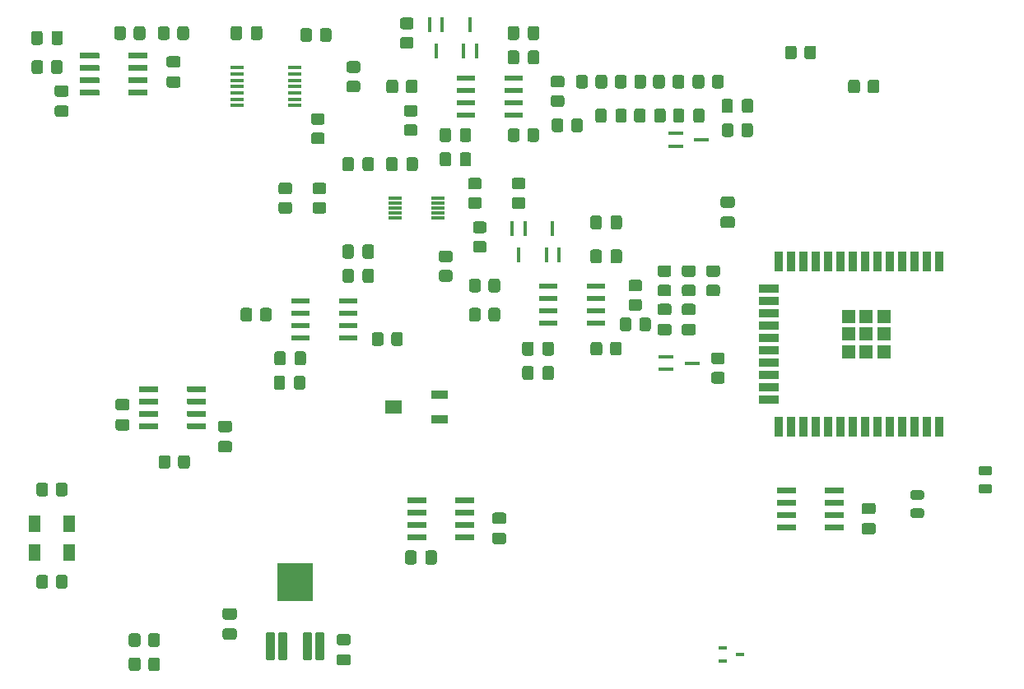
<source format=gbr>
%TF.GenerationSoftware,KiCad,Pcbnew,(5.1.10)-1*%
%TF.CreationDate,2022-06-10T18:10:21+02:00*%
%TF.ProjectId,NGL_Proto_ST,4e474c5f-5072-46f7-946f-5f53542e6b69,V1*%
%TF.SameCoordinates,Original*%
%TF.FileFunction,Paste,Top*%
%TF.FilePolarity,Positive*%
%FSLAX46Y46*%
G04 Gerber Fmt 4.6, Leading zero omitted, Abs format (unit mm)*
G04 Created by KiCad (PCBNEW (5.1.10)-1) date 2022-06-10 18:10:21*
%MOMM*%
%LPD*%
G01*
G04 APERTURE LIST*
%ADD10C,0.010000*%
%ADD11R,1.969999X0.558000*%
%ADD12R,1.330000X1.330000*%
%ADD13R,0.900000X2.000000*%
%ADD14R,2.000000X0.900000*%
%ADD15R,0.450000X1.500000*%
%ADD16R,1.500000X0.450000*%
%ADD17R,1.300000X1.700000*%
%ADD18R,1.690599X0.872800*%
%ADD19R,1.690599X1.355400*%
%ADD20R,0.835000X0.431800*%
%ADD21R,1.378699X0.354800*%
%ADD22R,1.422400X0.304800*%
G04 APERTURE END LIST*
D10*
%TO.C,U5*%
G36*
X137220000Y-107560000D02*
G01*
X140780000Y-107560000D01*
X140780000Y-111419999D01*
X137220000Y-111419999D01*
X137220000Y-107560000D01*
G37*
X137220000Y-107560000D02*
X140780000Y-107560000D01*
X140780000Y-111419999D01*
X137220000Y-111419999D01*
X137220000Y-107560000D01*
%TD*%
%TO.C,U5*%
G36*
G01*
X141903000Y-117555000D02*
X141183000Y-117555000D01*
G75*
G02*
X141093000Y-117465000I0J90000D01*
G01*
X141093000Y-114815000D01*
G75*
G02*
X141183000Y-114725000I90000J0D01*
G01*
X141903000Y-114725000D01*
G75*
G02*
X141993000Y-114815000I0J-90000D01*
G01*
X141993000Y-117465000D01*
G75*
G02*
X141903000Y-117555000I-90000J0D01*
G01*
G37*
G36*
G01*
X140630000Y-117555000D02*
X139910000Y-117555000D01*
G75*
G02*
X139820000Y-117465000I0J90000D01*
G01*
X139820000Y-114815000D01*
G75*
G02*
X139910000Y-114725000I90000J0D01*
G01*
X140630000Y-114725000D01*
G75*
G02*
X140720000Y-114815000I0J-90000D01*
G01*
X140720000Y-117465000D01*
G75*
G02*
X140630000Y-117555000I-90000J0D01*
G01*
G37*
G36*
G01*
X138090000Y-117555000D02*
X137370000Y-117555000D01*
G75*
G02*
X137280000Y-117465000I0J90000D01*
G01*
X137280000Y-114815000D01*
G75*
G02*
X137370000Y-114725000I90000J0D01*
G01*
X138090000Y-114725000D01*
G75*
G02*
X138180000Y-114815000I0J-90000D01*
G01*
X138180000Y-117465000D01*
G75*
G02*
X138090000Y-117555000I-90000J0D01*
G01*
G37*
G36*
G01*
X136820000Y-117555000D02*
X136100000Y-117555000D01*
G75*
G02*
X136010000Y-117465000I0J90000D01*
G01*
X136010000Y-114815000D01*
G75*
G02*
X136100000Y-114725000I90000J0D01*
G01*
X136820000Y-114725000D01*
G75*
G02*
X136910000Y-114815000I0J-90000D01*
G01*
X136910000Y-117465000D01*
G75*
G02*
X136820000Y-117555000I-90000J0D01*
G01*
G37*
%TD*%
D11*
%TO.C,U2*%
X161463800Y-57595000D03*
X161463800Y-58865000D03*
X161463800Y-60135000D03*
X161463800Y-61405000D03*
X156536200Y-61405000D03*
X156536200Y-60135000D03*
X156536200Y-58865000D03*
X156536200Y-57595000D03*
%TD*%
%TO.C,U1*%
X144463800Y-80595000D03*
X144463800Y-81865000D03*
X144463800Y-83135000D03*
X144463800Y-84405000D03*
X139536200Y-84405000D03*
X139536200Y-83135000D03*
X139536200Y-81865000D03*
X139536200Y-80595000D03*
%TD*%
%TO.C,U8*%
X169963800Y-79095000D03*
X169963800Y-80365000D03*
X169963800Y-81635000D03*
X169963800Y-82905000D03*
X165036200Y-82905000D03*
X165036200Y-81635000D03*
X165036200Y-80365000D03*
X165036200Y-79095000D03*
%TD*%
D12*
%TO.C,U4*%
X195925000Y-85835000D03*
X195925000Y-84000000D03*
X195925000Y-82165000D03*
X197760000Y-85835000D03*
X197760000Y-84000000D03*
X197760000Y-82165000D03*
X199595000Y-85835000D03*
X199595000Y-84000000D03*
X199595000Y-82165000D03*
D13*
X205260000Y-93500000D03*
X203990000Y-93500000D03*
X202720000Y-93500000D03*
X201450000Y-93500000D03*
X200180000Y-93500000D03*
X198910000Y-93500000D03*
X197640000Y-93500000D03*
X196370000Y-93500000D03*
X195100000Y-93500000D03*
X193830000Y-93500000D03*
X192560000Y-93500000D03*
X191290000Y-93500000D03*
X190020000Y-93500000D03*
X188750000Y-93500000D03*
D14*
X187750000Y-90715000D03*
X187750000Y-89445000D03*
X187750000Y-88175000D03*
X187750000Y-86905000D03*
X187750000Y-85635000D03*
X187750000Y-84365000D03*
X187750000Y-83095000D03*
X187750000Y-81825000D03*
X187750000Y-80555000D03*
X187750000Y-79285000D03*
D13*
X188750000Y-76500000D03*
X190020000Y-76500000D03*
X191290000Y-76500000D03*
X192560000Y-76500000D03*
X193830000Y-76500000D03*
X195100000Y-76500000D03*
X196370000Y-76500000D03*
X197640000Y-76500000D03*
X198910000Y-76500000D03*
X200180000Y-76500000D03*
X201450000Y-76500000D03*
X202720000Y-76500000D03*
X203990000Y-76500000D03*
X205260000Y-76500000D03*
%TD*%
D15*
%TO.C,D3*%
X162650000Y-73170000D03*
X161350000Y-73170000D03*
X162000000Y-75830000D03*
%TD*%
D16*
%TO.C,D4*%
X178170000Y-63350000D03*
X178170000Y-64650000D03*
X180830000Y-64000000D03*
%TD*%
D15*
%TO.C,D6*%
X156350000Y-54830000D03*
X157650000Y-54830000D03*
X157000000Y-52170000D03*
%TD*%
%TO.C,D11*%
X154150000Y-52170000D03*
X152850000Y-52170000D03*
X153500000Y-54830000D03*
%TD*%
%TO.C,D2*%
X164850000Y-75830000D03*
X166150000Y-75830000D03*
X165500000Y-73170000D03*
%TD*%
D16*
%TO.C,D5*%
X177170000Y-86350000D03*
X177170000Y-87650000D03*
X179830000Y-87000000D03*
%TD*%
%TO.C,R18*%
G36*
G01*
X209543750Y-99450000D02*
X210456250Y-99450000D01*
G75*
G02*
X210700000Y-99693750I0J-243750D01*
G01*
X210700000Y-100181250D01*
G75*
G02*
X210456250Y-100425000I-243750J0D01*
G01*
X209543750Y-100425000D01*
G75*
G02*
X209300000Y-100181250I0J243750D01*
G01*
X209300000Y-99693750D01*
G75*
G02*
X209543750Y-99450000I243750J0D01*
G01*
G37*
G36*
G01*
X209543750Y-97575000D02*
X210456250Y-97575000D01*
G75*
G02*
X210700000Y-97818750I0J-243750D01*
G01*
X210700000Y-98306250D01*
G75*
G02*
X210456250Y-98550000I-243750J0D01*
G01*
X209543750Y-98550000D01*
G75*
G02*
X209300000Y-98306250I0J243750D01*
G01*
X209300000Y-97818750D01*
G75*
G02*
X209543750Y-97575000I243750J0D01*
G01*
G37*
%TD*%
%TO.C,R19*%
G36*
G01*
X202543750Y-100075000D02*
X203456250Y-100075000D01*
G75*
G02*
X203700000Y-100318750I0J-243750D01*
G01*
X203700000Y-100806250D01*
G75*
G02*
X203456250Y-101050000I-243750J0D01*
G01*
X202543750Y-101050000D01*
G75*
G02*
X202300000Y-100806250I0J243750D01*
G01*
X202300000Y-100318750D01*
G75*
G02*
X202543750Y-100075000I243750J0D01*
G01*
G37*
G36*
G01*
X202543750Y-101950000D02*
X203456250Y-101950000D01*
G75*
G02*
X203700000Y-102193750I0J-243750D01*
G01*
X203700000Y-102681250D01*
G75*
G02*
X203456250Y-102925000I-243750J0D01*
G01*
X202543750Y-102925000D01*
G75*
G02*
X202300000Y-102681250I0J243750D01*
G01*
X202300000Y-102193750D01*
G75*
G02*
X202543750Y-101950000I243750J0D01*
G01*
G37*
%TD*%
D17*
%TO.C,D1*%
X112250000Y-103500000D03*
X115750000Y-103500000D03*
%TD*%
%TO.C,D7*%
X112250000Y-106500000D03*
X115750000Y-106500000D03*
%TD*%
D18*
%TO.C,POT1*%
X153849500Y-92750000D03*
X153849500Y-90250000D03*
D19*
X149150500Y-91500000D03*
%TD*%
%TO.C,U7*%
G36*
G01*
X150540000Y-101348700D02*
X150540000Y-100841300D01*
G75*
G02*
X150581300Y-100800000I41300J0D01*
G01*
X152468700Y-100800000D01*
G75*
G02*
X152510000Y-100841300I0J-41300D01*
G01*
X152510000Y-101348700D01*
G75*
G02*
X152468700Y-101390000I-41300J0D01*
G01*
X150581300Y-101390000D01*
G75*
G02*
X150540000Y-101348700I0J41300D01*
G01*
G37*
G36*
G01*
X150540000Y-102618700D02*
X150540000Y-102111300D01*
G75*
G02*
X150581300Y-102070000I41300J0D01*
G01*
X152468700Y-102070000D01*
G75*
G02*
X152510000Y-102111300I0J-41300D01*
G01*
X152510000Y-102618700D01*
G75*
G02*
X152468700Y-102660000I-41300J0D01*
G01*
X150581300Y-102660000D01*
G75*
G02*
X150540000Y-102618700I0J41300D01*
G01*
G37*
G36*
G01*
X150540000Y-103888700D02*
X150540000Y-103381300D01*
G75*
G02*
X150581300Y-103340000I41300J0D01*
G01*
X152468700Y-103340000D01*
G75*
G02*
X152510000Y-103381300I0J-41300D01*
G01*
X152510000Y-103888700D01*
G75*
G02*
X152468700Y-103930000I-41300J0D01*
G01*
X150581300Y-103930000D01*
G75*
G02*
X150540000Y-103888700I0J41300D01*
G01*
G37*
G36*
G01*
X150540000Y-105158700D02*
X150540000Y-104651300D01*
G75*
G02*
X150581300Y-104610000I41300J0D01*
G01*
X152468700Y-104610000D01*
G75*
G02*
X152510000Y-104651300I0J-41300D01*
G01*
X152510000Y-105158700D01*
G75*
G02*
X152468700Y-105200000I-41300J0D01*
G01*
X150581300Y-105200000D01*
G75*
G02*
X150540000Y-105158700I0J41300D01*
G01*
G37*
G36*
G01*
X155490000Y-105158700D02*
X155490000Y-104651300D01*
G75*
G02*
X155531300Y-104610000I41300J0D01*
G01*
X157418700Y-104610000D01*
G75*
G02*
X157460000Y-104651300I0J-41300D01*
G01*
X157460000Y-105158700D01*
G75*
G02*
X157418700Y-105200000I-41300J0D01*
G01*
X155531300Y-105200000D01*
G75*
G02*
X155490000Y-105158700I0J41300D01*
G01*
G37*
G36*
G01*
X155490000Y-103888700D02*
X155490000Y-103381300D01*
G75*
G02*
X155531300Y-103340000I41300J0D01*
G01*
X157418700Y-103340000D01*
G75*
G02*
X157460000Y-103381300I0J-41300D01*
G01*
X157460000Y-103888700D01*
G75*
G02*
X157418700Y-103930000I-41300J0D01*
G01*
X155531300Y-103930000D01*
G75*
G02*
X155490000Y-103888700I0J41300D01*
G01*
G37*
G36*
G01*
X155490000Y-102618700D02*
X155490000Y-102111300D01*
G75*
G02*
X155531300Y-102070000I41300J0D01*
G01*
X157418700Y-102070000D01*
G75*
G02*
X157460000Y-102111300I0J-41300D01*
G01*
X157460000Y-102618700D01*
G75*
G02*
X157418700Y-102660000I-41300J0D01*
G01*
X155531300Y-102660000D01*
G75*
G02*
X155490000Y-102618700I0J41300D01*
G01*
G37*
G36*
G01*
X155490000Y-101348700D02*
X155490000Y-100841300D01*
G75*
G02*
X155531300Y-100800000I41300J0D01*
G01*
X157418700Y-100800000D01*
G75*
G02*
X157460000Y-100841300I0J-41300D01*
G01*
X157460000Y-101348700D01*
G75*
G02*
X157418700Y-101390000I-41300J0D01*
G01*
X155531300Y-101390000D01*
G75*
G02*
X155490000Y-101348700I0J41300D01*
G01*
G37*
%TD*%
%TO.C,U9*%
G36*
G01*
X195460000Y-103651300D02*
X195460000Y-104158700D01*
G75*
G02*
X195418700Y-104200000I-41300J0D01*
G01*
X193531300Y-104200000D01*
G75*
G02*
X193490000Y-104158700I0J41300D01*
G01*
X193490000Y-103651300D01*
G75*
G02*
X193531300Y-103610000I41300J0D01*
G01*
X195418700Y-103610000D01*
G75*
G02*
X195460000Y-103651300I0J-41300D01*
G01*
G37*
G36*
G01*
X195460000Y-102381300D02*
X195460000Y-102888700D01*
G75*
G02*
X195418700Y-102930000I-41300J0D01*
G01*
X193531300Y-102930000D01*
G75*
G02*
X193490000Y-102888700I0J41300D01*
G01*
X193490000Y-102381300D01*
G75*
G02*
X193531300Y-102340000I41300J0D01*
G01*
X195418700Y-102340000D01*
G75*
G02*
X195460000Y-102381300I0J-41300D01*
G01*
G37*
G36*
G01*
X195460000Y-101111300D02*
X195460000Y-101618700D01*
G75*
G02*
X195418700Y-101660000I-41300J0D01*
G01*
X193531300Y-101660000D01*
G75*
G02*
X193490000Y-101618700I0J41300D01*
G01*
X193490000Y-101111300D01*
G75*
G02*
X193531300Y-101070000I41300J0D01*
G01*
X195418700Y-101070000D01*
G75*
G02*
X195460000Y-101111300I0J-41300D01*
G01*
G37*
G36*
G01*
X195460000Y-99841300D02*
X195460000Y-100348700D01*
G75*
G02*
X195418700Y-100390000I-41300J0D01*
G01*
X193531300Y-100390000D01*
G75*
G02*
X193490000Y-100348700I0J41300D01*
G01*
X193490000Y-99841300D01*
G75*
G02*
X193531300Y-99800000I41300J0D01*
G01*
X195418700Y-99800000D01*
G75*
G02*
X195460000Y-99841300I0J-41300D01*
G01*
G37*
G36*
G01*
X190510000Y-99841300D02*
X190510000Y-100348700D01*
G75*
G02*
X190468700Y-100390000I-41300J0D01*
G01*
X188581300Y-100390000D01*
G75*
G02*
X188540000Y-100348700I0J41300D01*
G01*
X188540000Y-99841300D01*
G75*
G02*
X188581300Y-99800000I41300J0D01*
G01*
X190468700Y-99800000D01*
G75*
G02*
X190510000Y-99841300I0J-41300D01*
G01*
G37*
G36*
G01*
X190510000Y-101111300D02*
X190510000Y-101618700D01*
G75*
G02*
X190468700Y-101660000I-41300J0D01*
G01*
X188581300Y-101660000D01*
G75*
G02*
X188540000Y-101618700I0J41300D01*
G01*
X188540000Y-101111300D01*
G75*
G02*
X188581300Y-101070000I41300J0D01*
G01*
X190468700Y-101070000D01*
G75*
G02*
X190510000Y-101111300I0J-41300D01*
G01*
G37*
G36*
G01*
X190510000Y-102381300D02*
X190510000Y-102888700D01*
G75*
G02*
X190468700Y-102930000I-41300J0D01*
G01*
X188581300Y-102930000D01*
G75*
G02*
X188540000Y-102888700I0J41300D01*
G01*
X188540000Y-102381300D01*
G75*
G02*
X188581300Y-102340000I41300J0D01*
G01*
X190468700Y-102340000D01*
G75*
G02*
X190510000Y-102381300I0J-41300D01*
G01*
G37*
G36*
G01*
X190510000Y-103651300D02*
X190510000Y-104158700D01*
G75*
G02*
X190468700Y-104200000I-41300J0D01*
G01*
X188581300Y-104200000D01*
G75*
G02*
X188540000Y-104158700I0J41300D01*
G01*
X188540000Y-103651300D01*
G75*
G02*
X188581300Y-103610000I41300J0D01*
G01*
X190468700Y-103610000D01*
G75*
G02*
X190510000Y-103651300I0J-41300D01*
G01*
G37*
%TD*%
%TO.C,U3*%
G36*
G01*
X123815000Y-58876300D02*
X123815000Y-59383700D01*
G75*
G02*
X123773700Y-59425000I-41300J0D01*
G01*
X121886300Y-59425000D01*
G75*
G02*
X121845000Y-59383700I0J41300D01*
G01*
X121845000Y-58876300D01*
G75*
G02*
X121886300Y-58835000I41300J0D01*
G01*
X123773700Y-58835000D01*
G75*
G02*
X123815000Y-58876300I0J-41300D01*
G01*
G37*
G36*
G01*
X123815000Y-57606300D02*
X123815000Y-58113700D01*
G75*
G02*
X123773700Y-58155000I-41300J0D01*
G01*
X121886300Y-58155000D01*
G75*
G02*
X121845000Y-58113700I0J41300D01*
G01*
X121845000Y-57606300D01*
G75*
G02*
X121886300Y-57565000I41300J0D01*
G01*
X123773700Y-57565000D01*
G75*
G02*
X123815000Y-57606300I0J-41300D01*
G01*
G37*
G36*
G01*
X123815000Y-56336300D02*
X123815000Y-56843700D01*
G75*
G02*
X123773700Y-56885000I-41300J0D01*
G01*
X121886300Y-56885000D01*
G75*
G02*
X121845000Y-56843700I0J41300D01*
G01*
X121845000Y-56336300D01*
G75*
G02*
X121886300Y-56295000I41300J0D01*
G01*
X123773700Y-56295000D01*
G75*
G02*
X123815000Y-56336300I0J-41300D01*
G01*
G37*
G36*
G01*
X123815000Y-55066300D02*
X123815000Y-55573700D01*
G75*
G02*
X123773700Y-55615000I-41300J0D01*
G01*
X121886300Y-55615000D01*
G75*
G02*
X121845000Y-55573700I0J41300D01*
G01*
X121845000Y-55066300D01*
G75*
G02*
X121886300Y-55025000I41300J0D01*
G01*
X123773700Y-55025000D01*
G75*
G02*
X123815000Y-55066300I0J-41300D01*
G01*
G37*
G36*
G01*
X118865000Y-55066300D02*
X118865000Y-55573700D01*
G75*
G02*
X118823700Y-55615000I-41300J0D01*
G01*
X116936300Y-55615000D01*
G75*
G02*
X116895000Y-55573700I0J41300D01*
G01*
X116895000Y-55066300D01*
G75*
G02*
X116936300Y-55025000I41300J0D01*
G01*
X118823700Y-55025000D01*
G75*
G02*
X118865000Y-55066300I0J-41300D01*
G01*
G37*
G36*
G01*
X118865000Y-56336300D02*
X118865000Y-56843700D01*
G75*
G02*
X118823700Y-56885000I-41300J0D01*
G01*
X116936300Y-56885000D01*
G75*
G02*
X116895000Y-56843700I0J41300D01*
G01*
X116895000Y-56336300D01*
G75*
G02*
X116936300Y-56295000I41300J0D01*
G01*
X118823700Y-56295000D01*
G75*
G02*
X118865000Y-56336300I0J-41300D01*
G01*
G37*
G36*
G01*
X118865000Y-57606300D02*
X118865000Y-58113700D01*
G75*
G02*
X118823700Y-58155000I-41300J0D01*
G01*
X116936300Y-58155000D01*
G75*
G02*
X116895000Y-58113700I0J41300D01*
G01*
X116895000Y-57606300D01*
G75*
G02*
X116936300Y-57565000I41300J0D01*
G01*
X118823700Y-57565000D01*
G75*
G02*
X118865000Y-57606300I0J-41300D01*
G01*
G37*
G36*
G01*
X118865000Y-58876300D02*
X118865000Y-59383700D01*
G75*
G02*
X118823700Y-59425000I-41300J0D01*
G01*
X116936300Y-59425000D01*
G75*
G02*
X116895000Y-59383700I0J41300D01*
G01*
X116895000Y-58876300D01*
G75*
G02*
X116936300Y-58835000I41300J0D01*
G01*
X118823700Y-58835000D01*
G75*
G02*
X118865000Y-58876300I0J-41300D01*
G01*
G37*
%TD*%
D20*
%TO.C,T1*%
X182992600Y-116350001D03*
X182992600Y-117649999D03*
X184767400Y-117000000D03*
%TD*%
D21*
%TO.C,U10*%
X133062752Y-56549999D03*
X133062752Y-57200000D03*
X133062752Y-57850001D03*
X133062752Y-58500000D03*
X133062752Y-59149999D03*
X133062752Y-59800000D03*
X133062752Y-60449999D03*
X138937248Y-60450001D03*
X138937248Y-59800000D03*
X138937248Y-59150001D03*
X138937248Y-58500000D03*
X138937248Y-57850001D03*
X138937248Y-57200000D03*
X138937248Y-56550001D03*
%TD*%
D22*
%TO.C,U11*%
X149315600Y-70009400D03*
X149315600Y-70492000D03*
X149315600Y-71000000D03*
X149315600Y-71508000D03*
X149315600Y-71990600D03*
X153684400Y-71990600D03*
X153684400Y-71508000D03*
X153684400Y-71000000D03*
X153684400Y-70492000D03*
X153684400Y-70009400D03*
%TD*%
%TO.C,C1*%
G36*
G01*
X197525000Y-101375000D02*
X198475000Y-101375000D01*
G75*
G02*
X198725000Y-101625000I0J-250000D01*
G01*
X198725000Y-102300000D01*
G75*
G02*
X198475000Y-102550000I-250000J0D01*
G01*
X197525000Y-102550000D01*
G75*
G02*
X197275000Y-102300000I0J250000D01*
G01*
X197275000Y-101625000D01*
G75*
G02*
X197525000Y-101375000I250000J0D01*
G01*
G37*
G36*
G01*
X197525000Y-103450000D02*
X198475000Y-103450000D01*
G75*
G02*
X198725000Y-103700000I0J-250000D01*
G01*
X198725000Y-104375000D01*
G75*
G02*
X198475000Y-104625000I-250000J0D01*
G01*
X197525000Y-104625000D01*
G75*
G02*
X197275000Y-104375000I0J250000D01*
G01*
X197275000Y-103700000D01*
G75*
G02*
X197525000Y-103450000I250000J0D01*
G01*
G37*
%TD*%
%TO.C,C2*%
G36*
G01*
X136875000Y-86975000D02*
X136875000Y-86025000D01*
G75*
G02*
X137125000Y-85775000I250000J0D01*
G01*
X137800000Y-85775000D01*
G75*
G02*
X138050000Y-86025000I0J-250000D01*
G01*
X138050000Y-86975000D01*
G75*
G02*
X137800000Y-87225000I-250000J0D01*
G01*
X137125000Y-87225000D01*
G75*
G02*
X136875000Y-86975000I0J250000D01*
G01*
G37*
G36*
G01*
X138950000Y-86975000D02*
X138950000Y-86025000D01*
G75*
G02*
X139200000Y-85775000I250000J0D01*
G01*
X139875000Y-85775000D01*
G75*
G02*
X140125000Y-86025000I0J-250000D01*
G01*
X140125000Y-86975000D01*
G75*
G02*
X139875000Y-87225000I-250000J0D01*
G01*
X139200000Y-87225000D01*
G75*
G02*
X138950000Y-86975000I0J250000D01*
G01*
G37*
%TD*%
%TO.C,C3*%
G36*
G01*
X136813000Y-89475000D02*
X136813000Y-88525000D01*
G75*
G02*
X137063000Y-88275000I250000J0D01*
G01*
X137738000Y-88275000D01*
G75*
G02*
X137988000Y-88525000I0J-250000D01*
G01*
X137988000Y-89475000D01*
G75*
G02*
X137738000Y-89725000I-250000J0D01*
G01*
X137063000Y-89725000D01*
G75*
G02*
X136813000Y-89475000I0J250000D01*
G01*
G37*
G36*
G01*
X138888000Y-89475000D02*
X138888000Y-88525000D01*
G75*
G02*
X139138000Y-88275000I250000J0D01*
G01*
X139813000Y-88275000D01*
G75*
G02*
X140063000Y-88525000I0J-250000D01*
G01*
X140063000Y-89475000D01*
G75*
G02*
X139813000Y-89725000I-250000J0D01*
G01*
X139138000Y-89725000D01*
G75*
G02*
X138888000Y-89475000I0J250000D01*
G01*
G37*
%TD*%
%TO.C,C4*%
G36*
G01*
X114525000Y-60450000D02*
X115475000Y-60450000D01*
G75*
G02*
X115725000Y-60700000I0J-250000D01*
G01*
X115725000Y-61375000D01*
G75*
G02*
X115475000Y-61625000I-250000J0D01*
G01*
X114525000Y-61625000D01*
G75*
G02*
X114275000Y-61375000I0J250000D01*
G01*
X114275000Y-60700000D01*
G75*
G02*
X114525000Y-60450000I250000J0D01*
G01*
G37*
G36*
G01*
X114525000Y-58375000D02*
X115475000Y-58375000D01*
G75*
G02*
X115725000Y-58625000I0J-250000D01*
G01*
X115725000Y-59300000D01*
G75*
G02*
X115475000Y-59550000I-250000J0D01*
G01*
X114525000Y-59550000D01*
G75*
G02*
X114275000Y-59300000I0J250000D01*
G01*
X114275000Y-58625000D01*
G75*
G02*
X114525000Y-58375000I250000J0D01*
G01*
G37*
%TD*%
%TO.C,C5*%
G36*
G01*
X145950000Y-75975000D02*
X145950000Y-75025000D01*
G75*
G02*
X146200000Y-74775000I250000J0D01*
G01*
X146875000Y-74775000D01*
G75*
G02*
X147125000Y-75025000I0J-250000D01*
G01*
X147125000Y-75975000D01*
G75*
G02*
X146875000Y-76225000I-250000J0D01*
G01*
X146200000Y-76225000D01*
G75*
G02*
X145950000Y-75975000I0J250000D01*
G01*
G37*
G36*
G01*
X143875000Y-75975000D02*
X143875000Y-75025000D01*
G75*
G02*
X144125000Y-74775000I250000J0D01*
G01*
X144800000Y-74775000D01*
G75*
G02*
X145050000Y-75025000I0J-250000D01*
G01*
X145050000Y-75975000D01*
G75*
G02*
X144800000Y-76225000I-250000J0D01*
G01*
X144125000Y-76225000D01*
G75*
G02*
X143875000Y-75975000I0J250000D01*
G01*
G37*
%TD*%
%TO.C,C6*%
G36*
G01*
X145950000Y-78475000D02*
X145950000Y-77525000D01*
G75*
G02*
X146200000Y-77275000I250000J0D01*
G01*
X146875000Y-77275000D01*
G75*
G02*
X147125000Y-77525000I0J-250000D01*
G01*
X147125000Y-78475000D01*
G75*
G02*
X146875000Y-78725000I-250000J0D01*
G01*
X146200000Y-78725000D01*
G75*
G02*
X145950000Y-78475000I0J250000D01*
G01*
G37*
G36*
G01*
X143875000Y-78475000D02*
X143875000Y-77525000D01*
G75*
G02*
X144125000Y-77275000I250000J0D01*
G01*
X144800000Y-77275000D01*
G75*
G02*
X145050000Y-77525000I0J-250000D01*
G01*
X145050000Y-78475000D01*
G75*
G02*
X144800000Y-78725000I-250000J0D01*
G01*
X144125000Y-78725000D01*
G75*
G02*
X143875000Y-78475000I0J250000D01*
G01*
G37*
%TD*%
%TO.C,C7*%
G36*
G01*
X126025000Y-55375000D02*
X126975000Y-55375000D01*
G75*
G02*
X127225000Y-55625000I0J-250000D01*
G01*
X127225000Y-56300000D01*
G75*
G02*
X126975000Y-56550000I-250000J0D01*
G01*
X126025000Y-56550000D01*
G75*
G02*
X125775000Y-56300000I0J250000D01*
G01*
X125775000Y-55625000D01*
G75*
G02*
X126025000Y-55375000I250000J0D01*
G01*
G37*
G36*
G01*
X126025000Y-57450000D02*
X126975000Y-57450000D01*
G75*
G02*
X127225000Y-57700000I0J-250000D01*
G01*
X127225000Y-58375000D01*
G75*
G02*
X126975000Y-58625000I-250000J0D01*
G01*
X126025000Y-58625000D01*
G75*
G02*
X125775000Y-58375000I0J250000D01*
G01*
X125775000Y-57700000D01*
G75*
G02*
X126025000Y-57450000I250000J0D01*
G01*
G37*
%TD*%
%TO.C,C8*%
G36*
G01*
X175050000Y-61025000D02*
X175050000Y-61975000D01*
G75*
G02*
X174800000Y-62225000I-250000J0D01*
G01*
X174125000Y-62225000D01*
G75*
G02*
X173875000Y-61975000I0J250000D01*
G01*
X173875000Y-61025000D01*
G75*
G02*
X174125000Y-60775000I250000J0D01*
G01*
X174800000Y-60775000D01*
G75*
G02*
X175050000Y-61025000I0J-250000D01*
G01*
G37*
G36*
G01*
X177125000Y-61025000D02*
X177125000Y-61975000D01*
G75*
G02*
X176875000Y-62225000I-250000J0D01*
G01*
X176200000Y-62225000D01*
G75*
G02*
X175950000Y-61975000I0J250000D01*
G01*
X175950000Y-61025000D01*
G75*
G02*
X176200000Y-60775000I250000J0D01*
G01*
X176875000Y-60775000D01*
G75*
G02*
X177125000Y-61025000I0J-250000D01*
G01*
G37*
%TD*%
%TO.C,C9*%
G36*
G01*
X171950000Y-61975000D02*
X171950000Y-61025000D01*
G75*
G02*
X172200000Y-60775000I250000J0D01*
G01*
X172875000Y-60775000D01*
G75*
G02*
X173125000Y-61025000I0J-250000D01*
G01*
X173125000Y-61975000D01*
G75*
G02*
X172875000Y-62225000I-250000J0D01*
G01*
X172200000Y-62225000D01*
G75*
G02*
X171950000Y-61975000I0J250000D01*
G01*
G37*
G36*
G01*
X169875000Y-61975000D02*
X169875000Y-61025000D01*
G75*
G02*
X170125000Y-60775000I250000J0D01*
G01*
X170800000Y-60775000D01*
G75*
G02*
X171050000Y-61025000I0J-250000D01*
G01*
X171050000Y-61975000D01*
G75*
G02*
X170800000Y-62225000I-250000J0D01*
G01*
X170125000Y-62225000D01*
G75*
G02*
X169875000Y-61975000I0J250000D01*
G01*
G37*
%TD*%
%TO.C,C10*%
G36*
G01*
X160875000Y-53475000D02*
X160875000Y-52525000D01*
G75*
G02*
X161125000Y-52275000I250000J0D01*
G01*
X161800000Y-52275000D01*
G75*
G02*
X162050000Y-52525000I0J-250000D01*
G01*
X162050000Y-53475000D01*
G75*
G02*
X161800000Y-53725000I-250000J0D01*
G01*
X161125000Y-53725000D01*
G75*
G02*
X160875000Y-53475000I0J250000D01*
G01*
G37*
G36*
G01*
X162950000Y-53475000D02*
X162950000Y-52525000D01*
G75*
G02*
X163200000Y-52275000I250000J0D01*
G01*
X163875000Y-52275000D01*
G75*
G02*
X164125000Y-52525000I0J-250000D01*
G01*
X164125000Y-53475000D01*
G75*
G02*
X163875000Y-53725000I-250000J0D01*
G01*
X163200000Y-53725000D01*
G75*
G02*
X162950000Y-53475000I0J250000D01*
G01*
G37*
%TD*%
%TO.C,C11*%
G36*
G01*
X155950000Y-66475000D02*
X155950000Y-65525000D01*
G75*
G02*
X156200000Y-65275000I250000J0D01*
G01*
X156875000Y-65275000D01*
G75*
G02*
X157125000Y-65525000I0J-250000D01*
G01*
X157125000Y-66475000D01*
G75*
G02*
X156875000Y-66725000I-250000J0D01*
G01*
X156200000Y-66725000D01*
G75*
G02*
X155950000Y-66475000I0J250000D01*
G01*
G37*
G36*
G01*
X153875000Y-66475000D02*
X153875000Y-65525000D01*
G75*
G02*
X154125000Y-65275000I250000J0D01*
G01*
X154800000Y-65275000D01*
G75*
G02*
X155050000Y-65525000I0J-250000D01*
G01*
X155050000Y-66475000D01*
G75*
G02*
X154800000Y-66725000I-250000J0D01*
G01*
X154125000Y-66725000D01*
G75*
G02*
X153875000Y-66475000I0J250000D01*
G01*
G37*
%TD*%
%TO.C,C12*%
G36*
G01*
X160875000Y-55975000D02*
X160875000Y-55025000D01*
G75*
G02*
X161125000Y-54775000I250000J0D01*
G01*
X161800000Y-54775000D01*
G75*
G02*
X162050000Y-55025000I0J-250000D01*
G01*
X162050000Y-55975000D01*
G75*
G02*
X161800000Y-56225000I-250000J0D01*
G01*
X161125000Y-56225000D01*
G75*
G02*
X160875000Y-55975000I0J250000D01*
G01*
G37*
G36*
G01*
X162950000Y-55975000D02*
X162950000Y-55025000D01*
G75*
G02*
X163200000Y-54775000I250000J0D01*
G01*
X163875000Y-54775000D01*
G75*
G02*
X164125000Y-55025000I0J-250000D01*
G01*
X164125000Y-55975000D01*
G75*
G02*
X163875000Y-56225000I-250000J0D01*
G01*
X163200000Y-56225000D01*
G75*
G02*
X162950000Y-55975000I0J250000D01*
G01*
G37*
%TD*%
%TO.C,C13*%
G36*
G01*
X153875000Y-63975000D02*
X153875000Y-63025000D01*
G75*
G02*
X154125000Y-62775000I250000J0D01*
G01*
X154800000Y-62775000D01*
G75*
G02*
X155050000Y-63025000I0J-250000D01*
G01*
X155050000Y-63975000D01*
G75*
G02*
X154800000Y-64225000I-250000J0D01*
G01*
X154125000Y-64225000D01*
G75*
G02*
X153875000Y-63975000I0J250000D01*
G01*
G37*
G36*
G01*
X155950000Y-63975000D02*
X155950000Y-63025000D01*
G75*
G02*
X156200000Y-62775000I250000J0D01*
G01*
X156875000Y-62775000D01*
G75*
G02*
X157125000Y-63025000I0J-250000D01*
G01*
X157125000Y-63975000D01*
G75*
G02*
X156875000Y-64225000I-250000J0D01*
G01*
X156200000Y-64225000D01*
G75*
G02*
X155950000Y-63975000I0J250000D01*
G01*
G37*
%TD*%
%TO.C,C14*%
G36*
G01*
X131805000Y-114290000D02*
X132755000Y-114290000D01*
G75*
G02*
X133005000Y-114540000I0J-250000D01*
G01*
X133005000Y-115215000D01*
G75*
G02*
X132755000Y-115465000I-250000J0D01*
G01*
X131805000Y-115465000D01*
G75*
G02*
X131555000Y-115215000I0J250000D01*
G01*
X131555000Y-114540000D01*
G75*
G02*
X131805000Y-114290000I250000J0D01*
G01*
G37*
G36*
G01*
X131805000Y-112215000D02*
X132755000Y-112215000D01*
G75*
G02*
X133005000Y-112465000I0J-250000D01*
G01*
X133005000Y-113140000D01*
G75*
G02*
X132755000Y-113390000I-250000J0D01*
G01*
X131805000Y-113390000D01*
G75*
G02*
X131555000Y-113140000I0J250000D01*
G01*
X131555000Y-112465000D01*
G75*
G02*
X131805000Y-112215000I250000J0D01*
G01*
G37*
%TD*%
%TO.C,C15*%
G36*
G01*
X144475000Y-118125000D02*
X143525000Y-118125000D01*
G75*
G02*
X143275000Y-117875000I0J250000D01*
G01*
X143275000Y-117200000D01*
G75*
G02*
X143525000Y-116950000I250000J0D01*
G01*
X144475000Y-116950000D01*
G75*
G02*
X144725000Y-117200000I0J-250000D01*
G01*
X144725000Y-117875000D01*
G75*
G02*
X144475000Y-118125000I-250000J0D01*
G01*
G37*
G36*
G01*
X144475000Y-116050000D02*
X143525000Y-116050000D01*
G75*
G02*
X143275000Y-115800000I0J250000D01*
G01*
X143275000Y-115125000D01*
G75*
G02*
X143525000Y-114875000I250000J0D01*
G01*
X144475000Y-114875000D01*
G75*
G02*
X144725000Y-115125000I0J-250000D01*
G01*
X144725000Y-115800000D01*
G75*
G02*
X144475000Y-116050000I-250000J0D01*
G01*
G37*
%TD*%
%TO.C,C16*%
G36*
G01*
X120775000Y-92750000D02*
X121725000Y-92750000D01*
G75*
G02*
X121975000Y-93000000I0J-250000D01*
G01*
X121975000Y-93675000D01*
G75*
G02*
X121725000Y-93925000I-250000J0D01*
G01*
X120775000Y-93925000D01*
G75*
G02*
X120525000Y-93675000I0J250000D01*
G01*
X120525000Y-93000000D01*
G75*
G02*
X120775000Y-92750000I250000J0D01*
G01*
G37*
G36*
G01*
X120775000Y-90675000D02*
X121725000Y-90675000D01*
G75*
G02*
X121975000Y-90925000I0J-250000D01*
G01*
X121975000Y-91600000D01*
G75*
G02*
X121725000Y-91850000I-250000J0D01*
G01*
X120775000Y-91850000D01*
G75*
G02*
X120525000Y-91600000I0J250000D01*
G01*
X120525000Y-90925000D01*
G75*
G02*
X120775000Y-90675000I250000J0D01*
G01*
G37*
%TD*%
%TO.C,C17*%
G36*
G01*
X131325000Y-92925000D02*
X132275000Y-92925000D01*
G75*
G02*
X132525000Y-93175000I0J-250000D01*
G01*
X132525000Y-93850000D01*
G75*
G02*
X132275000Y-94100000I-250000J0D01*
G01*
X131325000Y-94100000D01*
G75*
G02*
X131075000Y-93850000I0J250000D01*
G01*
X131075000Y-93175000D01*
G75*
G02*
X131325000Y-92925000I250000J0D01*
G01*
G37*
G36*
G01*
X131325000Y-95000000D02*
X132275000Y-95000000D01*
G75*
G02*
X132525000Y-95250000I0J-250000D01*
G01*
X132525000Y-95925000D01*
G75*
G02*
X132275000Y-96175000I-250000J0D01*
G01*
X131325000Y-96175000D01*
G75*
G02*
X131075000Y-95925000I0J250000D01*
G01*
X131075000Y-95250000D01*
G75*
G02*
X131325000Y-95000000I250000J0D01*
G01*
G37*
%TD*%
%TO.C,C18*%
G36*
G01*
X111875000Y-53975000D02*
X111875000Y-53025000D01*
G75*
G02*
X112125000Y-52775000I250000J0D01*
G01*
X112800000Y-52775000D01*
G75*
G02*
X113050000Y-53025000I0J-250000D01*
G01*
X113050000Y-53975000D01*
G75*
G02*
X112800000Y-54225000I-250000J0D01*
G01*
X112125000Y-54225000D01*
G75*
G02*
X111875000Y-53975000I0J250000D01*
G01*
G37*
G36*
G01*
X113950000Y-53975000D02*
X113950000Y-53025000D01*
G75*
G02*
X114200000Y-52775000I250000J0D01*
G01*
X114875000Y-52775000D01*
G75*
G02*
X115125000Y-53025000I0J-250000D01*
G01*
X115125000Y-53975000D01*
G75*
G02*
X114875000Y-54225000I-250000J0D01*
G01*
X114200000Y-54225000D01*
G75*
G02*
X113950000Y-53975000I0J250000D01*
G01*
G37*
%TD*%
%TO.C,C19*%
G36*
G01*
X182875000Y-60975000D02*
X182875000Y-60025000D01*
G75*
G02*
X183125000Y-59775000I250000J0D01*
G01*
X183800000Y-59775000D01*
G75*
G02*
X184050000Y-60025000I0J-250000D01*
G01*
X184050000Y-60975000D01*
G75*
G02*
X183800000Y-61225000I-250000J0D01*
G01*
X183125000Y-61225000D01*
G75*
G02*
X182875000Y-60975000I0J250000D01*
G01*
G37*
G36*
G01*
X184950000Y-60975000D02*
X184950000Y-60025000D01*
G75*
G02*
X185200000Y-59775000I250000J0D01*
G01*
X185875000Y-59775000D01*
G75*
G02*
X186125000Y-60025000I0J-250000D01*
G01*
X186125000Y-60975000D01*
G75*
G02*
X185875000Y-61225000I-250000J0D01*
G01*
X185200000Y-61225000D01*
G75*
G02*
X184950000Y-60975000I0J250000D01*
G01*
G37*
%TD*%
%TO.C,C20*%
G36*
G01*
X176525000Y-80875000D02*
X177475000Y-80875000D01*
G75*
G02*
X177725000Y-81125000I0J-250000D01*
G01*
X177725000Y-81800000D01*
G75*
G02*
X177475000Y-82050000I-250000J0D01*
G01*
X176525000Y-82050000D01*
G75*
G02*
X176275000Y-81800000I0J250000D01*
G01*
X176275000Y-81125000D01*
G75*
G02*
X176525000Y-80875000I250000J0D01*
G01*
G37*
G36*
G01*
X176525000Y-82950000D02*
X177475000Y-82950000D01*
G75*
G02*
X177725000Y-83200000I0J-250000D01*
G01*
X177725000Y-83875000D01*
G75*
G02*
X177475000Y-84125000I-250000J0D01*
G01*
X176525000Y-84125000D01*
G75*
G02*
X176275000Y-83875000I0J250000D01*
G01*
X176275000Y-83200000D01*
G75*
G02*
X176525000Y-82950000I250000J0D01*
G01*
G37*
%TD*%
%TO.C,C21*%
G36*
G01*
X179025000Y-82950000D02*
X179975000Y-82950000D01*
G75*
G02*
X180225000Y-83200000I0J-250000D01*
G01*
X180225000Y-83875000D01*
G75*
G02*
X179975000Y-84125000I-250000J0D01*
G01*
X179025000Y-84125000D01*
G75*
G02*
X178775000Y-83875000I0J250000D01*
G01*
X178775000Y-83200000D01*
G75*
G02*
X179025000Y-82950000I250000J0D01*
G01*
G37*
G36*
G01*
X179025000Y-80875000D02*
X179975000Y-80875000D01*
G75*
G02*
X180225000Y-81125000I0J-250000D01*
G01*
X180225000Y-81800000D01*
G75*
G02*
X179975000Y-82050000I-250000J0D01*
G01*
X179025000Y-82050000D01*
G75*
G02*
X178775000Y-81800000I0J250000D01*
G01*
X178775000Y-81125000D01*
G75*
G02*
X179025000Y-80875000I250000J0D01*
G01*
G37*
%TD*%
%TO.C,C22*%
G36*
G01*
X159525000Y-104450000D02*
X160475000Y-104450000D01*
G75*
G02*
X160725000Y-104700000I0J-250000D01*
G01*
X160725000Y-105375000D01*
G75*
G02*
X160475000Y-105625000I-250000J0D01*
G01*
X159525000Y-105625000D01*
G75*
G02*
X159275000Y-105375000I0J250000D01*
G01*
X159275000Y-104700000D01*
G75*
G02*
X159525000Y-104450000I250000J0D01*
G01*
G37*
G36*
G01*
X159525000Y-102375000D02*
X160475000Y-102375000D01*
G75*
G02*
X160725000Y-102625000I0J-250000D01*
G01*
X160725000Y-103300000D01*
G75*
G02*
X160475000Y-103550000I-250000J0D01*
G01*
X159525000Y-103550000D01*
G75*
G02*
X159275000Y-103300000I0J250000D01*
G01*
X159275000Y-102625000D01*
G75*
G02*
X159525000Y-102375000I250000J0D01*
G01*
G37*
%TD*%
%TO.C,C23*%
G36*
G01*
X153575000Y-106525000D02*
X153575000Y-107475000D01*
G75*
G02*
X153325000Y-107725000I-250000J0D01*
G01*
X152650000Y-107725000D01*
G75*
G02*
X152400000Y-107475000I0J250000D01*
G01*
X152400000Y-106525000D01*
G75*
G02*
X152650000Y-106275000I250000J0D01*
G01*
X153325000Y-106275000D01*
G75*
G02*
X153575000Y-106525000I0J-250000D01*
G01*
G37*
G36*
G01*
X151500000Y-106525000D02*
X151500000Y-107475000D01*
G75*
G02*
X151250000Y-107725000I-250000J0D01*
G01*
X150575000Y-107725000D01*
G75*
G02*
X150325000Y-107475000I0J250000D01*
G01*
X150325000Y-106525000D01*
G75*
G02*
X150575000Y-106275000I250000J0D01*
G01*
X151250000Y-106275000D01*
G75*
G02*
X151500000Y-106525000I0J-250000D01*
G01*
G37*
%TD*%
%TO.C,C24*%
G36*
G01*
X169375000Y-72975000D02*
X169375000Y-72025000D01*
G75*
G02*
X169625000Y-71775000I250000J0D01*
G01*
X170300000Y-71775000D01*
G75*
G02*
X170550000Y-72025000I0J-250000D01*
G01*
X170550000Y-72975000D01*
G75*
G02*
X170300000Y-73225000I-250000J0D01*
G01*
X169625000Y-73225000D01*
G75*
G02*
X169375000Y-72975000I0J250000D01*
G01*
G37*
G36*
G01*
X171450000Y-72975000D02*
X171450000Y-72025000D01*
G75*
G02*
X171700000Y-71775000I250000J0D01*
G01*
X172375000Y-71775000D01*
G75*
G02*
X172625000Y-72025000I0J-250000D01*
G01*
X172625000Y-72975000D01*
G75*
G02*
X172375000Y-73225000I-250000J0D01*
G01*
X171700000Y-73225000D01*
G75*
G02*
X171450000Y-72975000I0J250000D01*
G01*
G37*
%TD*%
%TO.C,C25*%
G36*
G01*
X162375000Y-88475000D02*
X162375000Y-87525000D01*
G75*
G02*
X162625000Y-87275000I250000J0D01*
G01*
X163300000Y-87275000D01*
G75*
G02*
X163550000Y-87525000I0J-250000D01*
G01*
X163550000Y-88475000D01*
G75*
G02*
X163300000Y-88725000I-250000J0D01*
G01*
X162625000Y-88725000D01*
G75*
G02*
X162375000Y-88475000I0J250000D01*
G01*
G37*
G36*
G01*
X164450000Y-88475000D02*
X164450000Y-87525000D01*
G75*
G02*
X164700000Y-87275000I250000J0D01*
G01*
X165375000Y-87275000D01*
G75*
G02*
X165625000Y-87525000I0J-250000D01*
G01*
X165625000Y-88475000D01*
G75*
G02*
X165375000Y-88725000I-250000J0D01*
G01*
X164700000Y-88725000D01*
G75*
G02*
X164450000Y-88475000I0J250000D01*
G01*
G37*
%TD*%
%TO.C,C26*%
G36*
G01*
X171450000Y-76475000D02*
X171450000Y-75525000D01*
G75*
G02*
X171700000Y-75275000I250000J0D01*
G01*
X172375000Y-75275000D01*
G75*
G02*
X172625000Y-75525000I0J-250000D01*
G01*
X172625000Y-76475000D01*
G75*
G02*
X172375000Y-76725000I-250000J0D01*
G01*
X171700000Y-76725000D01*
G75*
G02*
X171450000Y-76475000I0J250000D01*
G01*
G37*
G36*
G01*
X169375000Y-76475000D02*
X169375000Y-75525000D01*
G75*
G02*
X169625000Y-75275000I250000J0D01*
G01*
X170300000Y-75275000D01*
G75*
G02*
X170550000Y-75525000I0J-250000D01*
G01*
X170550000Y-76475000D01*
G75*
G02*
X170300000Y-76725000I-250000J0D01*
G01*
X169625000Y-76725000D01*
G75*
G02*
X169375000Y-76475000I0J250000D01*
G01*
G37*
%TD*%
%TO.C,C27*%
G36*
G01*
X164450000Y-85975000D02*
X164450000Y-85025000D01*
G75*
G02*
X164700000Y-84775000I250000J0D01*
G01*
X165375000Y-84775000D01*
G75*
G02*
X165625000Y-85025000I0J-250000D01*
G01*
X165625000Y-85975000D01*
G75*
G02*
X165375000Y-86225000I-250000J0D01*
G01*
X164700000Y-86225000D01*
G75*
G02*
X164450000Y-85975000I0J250000D01*
G01*
G37*
G36*
G01*
X162375000Y-85975000D02*
X162375000Y-85025000D01*
G75*
G02*
X162625000Y-84775000I250000J0D01*
G01*
X163300000Y-84775000D01*
G75*
G02*
X163550000Y-85025000I0J-250000D01*
G01*
X163550000Y-85975000D01*
G75*
G02*
X163300000Y-86225000I-250000J0D01*
G01*
X162625000Y-86225000D01*
G75*
G02*
X162375000Y-85975000I0J250000D01*
G01*
G37*
%TD*%
%TO.C,C28*%
G36*
G01*
X179050000Y-61025000D02*
X179050000Y-61975000D01*
G75*
G02*
X178800000Y-62225000I-250000J0D01*
G01*
X178125000Y-62225000D01*
G75*
G02*
X177875000Y-61975000I0J250000D01*
G01*
X177875000Y-61025000D01*
G75*
G02*
X178125000Y-60775000I250000J0D01*
G01*
X178800000Y-60775000D01*
G75*
G02*
X179050000Y-61025000I0J-250000D01*
G01*
G37*
G36*
G01*
X181125000Y-61025000D02*
X181125000Y-61975000D01*
G75*
G02*
X180875000Y-62225000I-250000J0D01*
G01*
X180200000Y-62225000D01*
G75*
G02*
X179950000Y-61975000I0J250000D01*
G01*
X179950000Y-61025000D01*
G75*
G02*
X180200000Y-60775000I250000J0D01*
G01*
X180875000Y-60775000D01*
G75*
G02*
X181125000Y-61025000I0J-250000D01*
G01*
G37*
%TD*%
%TO.C,C29*%
G36*
G01*
X183975000Y-71000000D02*
X183025000Y-71000000D01*
G75*
G02*
X182775000Y-70750000I0J250000D01*
G01*
X182775000Y-70075000D01*
G75*
G02*
X183025000Y-69825000I250000J0D01*
G01*
X183975000Y-69825000D01*
G75*
G02*
X184225000Y-70075000I0J-250000D01*
G01*
X184225000Y-70750000D01*
G75*
G02*
X183975000Y-71000000I-250000J0D01*
G01*
G37*
G36*
G01*
X183975000Y-73075000D02*
X183025000Y-73075000D01*
G75*
G02*
X182775000Y-72825000I0J250000D01*
G01*
X182775000Y-72150000D01*
G75*
G02*
X183025000Y-71900000I250000J0D01*
G01*
X183975000Y-71900000D01*
G75*
G02*
X184225000Y-72150000I0J-250000D01*
G01*
X184225000Y-72825000D01*
G75*
G02*
X183975000Y-73075000I-250000J0D01*
G01*
G37*
%TD*%
%TO.C,C30*%
G36*
G01*
X145950000Y-66975000D02*
X145950000Y-66025000D01*
G75*
G02*
X146200000Y-65775000I250000J0D01*
G01*
X146875000Y-65775000D01*
G75*
G02*
X147125000Y-66025000I0J-250000D01*
G01*
X147125000Y-66975000D01*
G75*
G02*
X146875000Y-67225000I-250000J0D01*
G01*
X146200000Y-67225000D01*
G75*
G02*
X145950000Y-66975000I0J250000D01*
G01*
G37*
G36*
G01*
X143875000Y-66975000D02*
X143875000Y-66025000D01*
G75*
G02*
X144125000Y-65775000I250000J0D01*
G01*
X144800000Y-65775000D01*
G75*
G02*
X145050000Y-66025000I0J-250000D01*
G01*
X145050000Y-66975000D01*
G75*
G02*
X144800000Y-67225000I-250000J0D01*
G01*
X144125000Y-67225000D01*
G75*
G02*
X143875000Y-66975000I0J250000D01*
G01*
G37*
%TD*%
%TO.C,C31*%
G36*
G01*
X134450000Y-53475000D02*
X134450000Y-52525000D01*
G75*
G02*
X134700000Y-52275000I250000J0D01*
G01*
X135375000Y-52275000D01*
G75*
G02*
X135625000Y-52525000I0J-250000D01*
G01*
X135625000Y-53475000D01*
G75*
G02*
X135375000Y-53725000I-250000J0D01*
G01*
X134700000Y-53725000D01*
G75*
G02*
X134450000Y-53475000I0J250000D01*
G01*
G37*
G36*
G01*
X132375000Y-53475000D02*
X132375000Y-52525000D01*
G75*
G02*
X132625000Y-52275000I250000J0D01*
G01*
X133300000Y-52275000D01*
G75*
G02*
X133550000Y-52525000I0J-250000D01*
G01*
X133550000Y-53475000D01*
G75*
G02*
X133300000Y-53725000I-250000J0D01*
G01*
X132625000Y-53725000D01*
G75*
G02*
X132375000Y-53475000I0J250000D01*
G01*
G37*
%TD*%
%TO.C,C32*%
G36*
G01*
X148375000Y-66975000D02*
X148375000Y-66025000D01*
G75*
G02*
X148625000Y-65775000I250000J0D01*
G01*
X149300000Y-65775000D01*
G75*
G02*
X149550000Y-66025000I0J-250000D01*
G01*
X149550000Y-66975000D01*
G75*
G02*
X149300000Y-67225000I-250000J0D01*
G01*
X148625000Y-67225000D01*
G75*
G02*
X148375000Y-66975000I0J250000D01*
G01*
G37*
G36*
G01*
X150450000Y-66975000D02*
X150450000Y-66025000D01*
G75*
G02*
X150700000Y-65775000I250000J0D01*
G01*
X151375000Y-65775000D01*
G75*
G02*
X151625000Y-66025000I0J-250000D01*
G01*
X151625000Y-66975000D01*
G75*
G02*
X151375000Y-67225000I-250000J0D01*
G01*
X150700000Y-67225000D01*
G75*
G02*
X150450000Y-66975000I0J250000D01*
G01*
G37*
%TD*%
%TO.C,R1*%
G36*
G01*
X123100000Y-115049999D02*
X123100000Y-115950001D01*
G75*
G02*
X122850001Y-116200000I-249999J0D01*
G01*
X122149999Y-116200000D01*
G75*
G02*
X121900000Y-115950001I0J249999D01*
G01*
X121900000Y-115049999D01*
G75*
G02*
X122149999Y-114800000I249999J0D01*
G01*
X122850001Y-114800000D01*
G75*
G02*
X123100000Y-115049999I0J-249999D01*
G01*
G37*
G36*
G01*
X125100000Y-115049999D02*
X125100000Y-115950001D01*
G75*
G02*
X124850001Y-116200000I-249999J0D01*
G01*
X124149999Y-116200000D01*
G75*
G02*
X123900000Y-115950001I0J249999D01*
G01*
X123900000Y-115049999D01*
G75*
G02*
X124149999Y-114800000I249999J0D01*
G01*
X124850001Y-114800000D01*
G75*
G02*
X125100000Y-115049999I0J-249999D01*
G01*
G37*
%TD*%
%TO.C,R2*%
G36*
G01*
X138450001Y-69600000D02*
X137549999Y-69600000D01*
G75*
G02*
X137300000Y-69350001I0J249999D01*
G01*
X137300000Y-68649999D01*
G75*
G02*
X137549999Y-68400000I249999J0D01*
G01*
X138450001Y-68400000D01*
G75*
G02*
X138700000Y-68649999I0J-249999D01*
G01*
X138700000Y-69350001D01*
G75*
G02*
X138450001Y-69600000I-249999J0D01*
G01*
G37*
G36*
G01*
X138450001Y-71600000D02*
X137549999Y-71600000D01*
G75*
G02*
X137300000Y-71350001I0J249999D01*
G01*
X137300000Y-70649999D01*
G75*
G02*
X137549999Y-70400000I249999J0D01*
G01*
X138450001Y-70400000D01*
G75*
G02*
X138700000Y-70649999I0J-249999D01*
G01*
X138700000Y-71350001D01*
G75*
G02*
X138450001Y-71600000I-249999J0D01*
G01*
G37*
%TD*%
%TO.C,R3*%
G36*
G01*
X112400000Y-100450001D02*
X112400000Y-99549999D01*
G75*
G02*
X112649999Y-99300000I249999J0D01*
G01*
X113350001Y-99300000D01*
G75*
G02*
X113600000Y-99549999I0J-249999D01*
G01*
X113600000Y-100450001D01*
G75*
G02*
X113350001Y-100700000I-249999J0D01*
G01*
X112649999Y-100700000D01*
G75*
G02*
X112400000Y-100450001I0J249999D01*
G01*
G37*
G36*
G01*
X114400000Y-100450001D02*
X114400000Y-99549999D01*
G75*
G02*
X114649999Y-99300000I249999J0D01*
G01*
X115350001Y-99300000D01*
G75*
G02*
X115600000Y-99549999I0J-249999D01*
G01*
X115600000Y-100450001D01*
G75*
G02*
X115350001Y-100700000I-249999J0D01*
G01*
X114649999Y-100700000D01*
G75*
G02*
X114400000Y-100450001I0J249999D01*
G01*
G37*
%TD*%
%TO.C,R4*%
G36*
G01*
X136600000Y-81549999D02*
X136600000Y-82450001D01*
G75*
G02*
X136350001Y-82700000I-249999J0D01*
G01*
X135649999Y-82700000D01*
G75*
G02*
X135400000Y-82450001I0J249999D01*
G01*
X135400000Y-81549999D01*
G75*
G02*
X135649999Y-81300000I249999J0D01*
G01*
X136350001Y-81300000D01*
G75*
G02*
X136600000Y-81549999I0J-249999D01*
G01*
G37*
G36*
G01*
X134600000Y-81549999D02*
X134600000Y-82450001D01*
G75*
G02*
X134350001Y-82700000I-249999J0D01*
G01*
X133649999Y-82700000D01*
G75*
G02*
X133400000Y-82450001I0J249999D01*
G01*
X133400000Y-81549999D01*
G75*
G02*
X133649999Y-81300000I249999J0D01*
G01*
X134350001Y-81300000D01*
G75*
G02*
X134600000Y-81549999I0J-249999D01*
G01*
G37*
%TD*%
%TO.C,R5*%
G36*
G01*
X123900000Y-118450001D02*
X123900000Y-117549999D01*
G75*
G02*
X124149999Y-117300000I249999J0D01*
G01*
X124850001Y-117300000D01*
G75*
G02*
X125100000Y-117549999I0J-249999D01*
G01*
X125100000Y-118450001D01*
G75*
G02*
X124850001Y-118700000I-249999J0D01*
G01*
X124149999Y-118700000D01*
G75*
G02*
X123900000Y-118450001I0J249999D01*
G01*
G37*
G36*
G01*
X121900000Y-118450001D02*
X121900000Y-117549999D01*
G75*
G02*
X122149999Y-117300000I249999J0D01*
G01*
X122850001Y-117300000D01*
G75*
G02*
X123100000Y-117549999I0J-249999D01*
G01*
X123100000Y-118450001D01*
G75*
G02*
X122850001Y-118700000I-249999J0D01*
G01*
X122149999Y-118700000D01*
G75*
G02*
X121900000Y-118450001I0J249999D01*
G01*
G37*
%TD*%
%TO.C,R6*%
G36*
G01*
X150049999Y-53400000D02*
X150950001Y-53400000D01*
G75*
G02*
X151200000Y-53649999I0J-249999D01*
G01*
X151200000Y-54350001D01*
G75*
G02*
X150950001Y-54600000I-249999J0D01*
G01*
X150049999Y-54600000D01*
G75*
G02*
X149800000Y-54350001I0J249999D01*
G01*
X149800000Y-53649999D01*
G75*
G02*
X150049999Y-53400000I249999J0D01*
G01*
G37*
G36*
G01*
X150049999Y-51400000D02*
X150950001Y-51400000D01*
G75*
G02*
X151200000Y-51649999I0J-249999D01*
G01*
X151200000Y-52350001D01*
G75*
G02*
X150950001Y-52600000I-249999J0D01*
G01*
X150049999Y-52600000D01*
G75*
G02*
X149800000Y-52350001I0J249999D01*
G01*
X149800000Y-51649999D01*
G75*
G02*
X150049999Y-51400000I249999J0D01*
G01*
G37*
%TD*%
%TO.C,R7*%
G36*
G01*
X148400000Y-58950001D02*
X148400000Y-58049999D01*
G75*
G02*
X148649999Y-57800000I249999J0D01*
G01*
X149350001Y-57800000D01*
G75*
G02*
X149600000Y-58049999I0J-249999D01*
G01*
X149600000Y-58950001D01*
G75*
G02*
X149350001Y-59200000I-249999J0D01*
G01*
X148649999Y-59200000D01*
G75*
G02*
X148400000Y-58950001I0J249999D01*
G01*
G37*
G36*
G01*
X150400000Y-58950001D02*
X150400000Y-58049999D01*
G75*
G02*
X150649999Y-57800000I249999J0D01*
G01*
X151350001Y-57800000D01*
G75*
G02*
X151600000Y-58049999I0J-249999D01*
G01*
X151600000Y-58950001D01*
G75*
G02*
X151350001Y-59200000I-249999J0D01*
G01*
X150649999Y-59200000D01*
G75*
G02*
X150400000Y-58950001I0J249999D01*
G01*
G37*
%TD*%
%TO.C,R8*%
G36*
G01*
X177838000Y-58450001D02*
X177838000Y-57549999D01*
G75*
G02*
X178087999Y-57300000I249999J0D01*
G01*
X178788001Y-57300000D01*
G75*
G02*
X179038000Y-57549999I0J-249999D01*
G01*
X179038000Y-58450001D01*
G75*
G02*
X178788001Y-58700000I-249999J0D01*
G01*
X178087999Y-58700000D01*
G75*
G02*
X177838000Y-58450001I0J249999D01*
G01*
G37*
G36*
G01*
X175838000Y-58450001D02*
X175838000Y-57549999D01*
G75*
G02*
X176087999Y-57300000I249999J0D01*
G01*
X176788001Y-57300000D01*
G75*
G02*
X177038000Y-57549999I0J-249999D01*
G01*
X177038000Y-58450001D01*
G75*
G02*
X176788001Y-58700000I-249999J0D01*
G01*
X176087999Y-58700000D01*
G75*
G02*
X175838000Y-58450001I0J249999D01*
G01*
G37*
%TD*%
%TO.C,R9*%
G36*
G01*
X171900000Y-58450001D02*
X171900000Y-57549999D01*
G75*
G02*
X172149999Y-57300000I249999J0D01*
G01*
X172850001Y-57300000D01*
G75*
G02*
X173100000Y-57549999I0J-249999D01*
G01*
X173100000Y-58450001D01*
G75*
G02*
X172850001Y-58700000I-249999J0D01*
G01*
X172149999Y-58700000D01*
G75*
G02*
X171900000Y-58450001I0J249999D01*
G01*
G37*
G36*
G01*
X173900000Y-58450001D02*
X173900000Y-57549999D01*
G75*
G02*
X174149999Y-57300000I249999J0D01*
G01*
X174850001Y-57300000D01*
G75*
G02*
X175100000Y-57549999I0J-249999D01*
G01*
X175100000Y-58450001D01*
G75*
G02*
X174850001Y-58700000I-249999J0D01*
G01*
X174149999Y-58700000D01*
G75*
G02*
X173900000Y-58450001I0J249999D01*
G01*
G37*
%TD*%
%TO.C,R10*%
G36*
G01*
X157950001Y-69100000D02*
X157049999Y-69100000D01*
G75*
G02*
X156800000Y-68850001I0J249999D01*
G01*
X156800000Y-68149999D01*
G75*
G02*
X157049999Y-67900000I249999J0D01*
G01*
X157950001Y-67900000D01*
G75*
G02*
X158200000Y-68149999I0J-249999D01*
G01*
X158200000Y-68850001D01*
G75*
G02*
X157950001Y-69100000I-249999J0D01*
G01*
G37*
G36*
G01*
X157950001Y-71100000D02*
X157049999Y-71100000D01*
G75*
G02*
X156800000Y-70850001I0J249999D01*
G01*
X156800000Y-70149999D01*
G75*
G02*
X157049999Y-69900000I249999J0D01*
G01*
X157950001Y-69900000D01*
G75*
G02*
X158200000Y-70149999I0J-249999D01*
G01*
X158200000Y-70850001D01*
G75*
G02*
X157950001Y-71100000I-249999J0D01*
G01*
G37*
%TD*%
%TO.C,R11*%
G36*
G01*
X111900000Y-56950001D02*
X111900000Y-56049999D01*
G75*
G02*
X112149999Y-55800000I249999J0D01*
G01*
X112850001Y-55800000D01*
G75*
G02*
X113100000Y-56049999I0J-249999D01*
G01*
X113100000Y-56950001D01*
G75*
G02*
X112850001Y-57200000I-249999J0D01*
G01*
X112149999Y-57200000D01*
G75*
G02*
X111900000Y-56950001I0J249999D01*
G01*
G37*
G36*
G01*
X113900000Y-56950001D02*
X113900000Y-56049999D01*
G75*
G02*
X114149999Y-55800000I249999J0D01*
G01*
X114850001Y-55800000D01*
G75*
G02*
X115100000Y-56049999I0J-249999D01*
G01*
X115100000Y-56950001D01*
G75*
G02*
X114850001Y-57200000I-249999J0D01*
G01*
X114149999Y-57200000D01*
G75*
G02*
X113900000Y-56950001I0J249999D01*
G01*
G37*
%TD*%
%TO.C,R12*%
G36*
G01*
X148100000Y-84049999D02*
X148100000Y-84950001D01*
G75*
G02*
X147850001Y-85200000I-249999J0D01*
G01*
X147149999Y-85200000D01*
G75*
G02*
X146900000Y-84950001I0J249999D01*
G01*
X146900000Y-84049999D01*
G75*
G02*
X147149999Y-83800000I249999J0D01*
G01*
X147850001Y-83800000D01*
G75*
G02*
X148100000Y-84049999I0J-249999D01*
G01*
G37*
G36*
G01*
X150100000Y-84049999D02*
X150100000Y-84950001D01*
G75*
G02*
X149850001Y-85200000I-249999J0D01*
G01*
X149149999Y-85200000D01*
G75*
G02*
X148900000Y-84950001I0J249999D01*
G01*
X148900000Y-84049999D01*
G75*
G02*
X149149999Y-83800000I249999J0D01*
G01*
X149850001Y-83800000D01*
G75*
G02*
X150100000Y-84049999I0J-249999D01*
G01*
G37*
%TD*%
%TO.C,R13*%
G36*
G01*
X150449999Y-62400000D02*
X151350001Y-62400000D01*
G75*
G02*
X151600000Y-62649999I0J-249999D01*
G01*
X151600000Y-63350001D01*
G75*
G02*
X151350001Y-63600000I-249999J0D01*
G01*
X150449999Y-63600000D01*
G75*
G02*
X150200000Y-63350001I0J249999D01*
G01*
X150200000Y-62649999D01*
G75*
G02*
X150449999Y-62400000I249999J0D01*
G01*
G37*
G36*
G01*
X150449999Y-60400000D02*
X151350001Y-60400000D01*
G75*
G02*
X151600000Y-60649999I0J-249999D01*
G01*
X151600000Y-61350001D01*
G75*
G02*
X151350001Y-61600000I-249999J0D01*
G01*
X150449999Y-61600000D01*
G75*
G02*
X150200000Y-61350001I0J249999D01*
G01*
X150200000Y-60649999D01*
G75*
G02*
X150449999Y-60400000I249999J0D01*
G01*
G37*
%TD*%
%TO.C,R14*%
G36*
G01*
X113600000Y-109049999D02*
X113600000Y-109950001D01*
G75*
G02*
X113350001Y-110200000I-249999J0D01*
G01*
X112649999Y-110200000D01*
G75*
G02*
X112400000Y-109950001I0J249999D01*
G01*
X112400000Y-109049999D01*
G75*
G02*
X112649999Y-108800000I249999J0D01*
G01*
X113350001Y-108800000D01*
G75*
G02*
X113600000Y-109049999I0J-249999D01*
G01*
G37*
G36*
G01*
X115600000Y-109049999D02*
X115600000Y-109950001D01*
G75*
G02*
X115350001Y-110200000I-249999J0D01*
G01*
X114649999Y-110200000D01*
G75*
G02*
X114400000Y-109950001I0J249999D01*
G01*
X114400000Y-109049999D01*
G75*
G02*
X114649999Y-108800000I249999J0D01*
G01*
X115350001Y-108800000D01*
G75*
G02*
X115600000Y-109049999I0J-249999D01*
G01*
G37*
%TD*%
%TO.C,R15*%
G36*
G01*
X199100000Y-58049999D02*
X199100000Y-58950001D01*
G75*
G02*
X198850001Y-59200000I-249999J0D01*
G01*
X198149999Y-59200000D01*
G75*
G02*
X197900000Y-58950001I0J249999D01*
G01*
X197900000Y-58049999D01*
G75*
G02*
X198149999Y-57800000I249999J0D01*
G01*
X198850001Y-57800000D01*
G75*
G02*
X199100000Y-58049999I0J-249999D01*
G01*
G37*
G36*
G01*
X197100000Y-58049999D02*
X197100000Y-58950001D01*
G75*
G02*
X196850001Y-59200000I-249999J0D01*
G01*
X196149999Y-59200000D01*
G75*
G02*
X195900000Y-58950001I0J249999D01*
G01*
X195900000Y-58049999D01*
G75*
G02*
X196149999Y-57800000I249999J0D01*
G01*
X196850001Y-57800000D01*
G75*
G02*
X197100000Y-58049999I0J-249999D01*
G01*
G37*
%TD*%
%TO.C,R16*%
G36*
G01*
X156900000Y-79450001D02*
X156900000Y-78549999D01*
G75*
G02*
X157149999Y-78300000I249999J0D01*
G01*
X157850001Y-78300000D01*
G75*
G02*
X158100000Y-78549999I0J-249999D01*
G01*
X158100000Y-79450001D01*
G75*
G02*
X157850001Y-79700000I-249999J0D01*
G01*
X157149999Y-79700000D01*
G75*
G02*
X156900000Y-79450001I0J249999D01*
G01*
G37*
G36*
G01*
X158900000Y-79450001D02*
X158900000Y-78549999D01*
G75*
G02*
X159149999Y-78300000I249999J0D01*
G01*
X159850001Y-78300000D01*
G75*
G02*
X160100000Y-78549999I0J-249999D01*
G01*
X160100000Y-79450001D01*
G75*
G02*
X159850001Y-79700000I-249999J0D01*
G01*
X159149999Y-79700000D01*
G75*
G02*
X158900000Y-79450001I0J249999D01*
G01*
G37*
%TD*%
%TO.C,R17*%
G36*
G01*
X184100000Y-62549999D02*
X184100000Y-63450001D01*
G75*
G02*
X183850001Y-63700000I-249999J0D01*
G01*
X183149999Y-63700000D01*
G75*
G02*
X182900000Y-63450001I0J249999D01*
G01*
X182900000Y-62549999D01*
G75*
G02*
X183149999Y-62300000I249999J0D01*
G01*
X183850001Y-62300000D01*
G75*
G02*
X184100000Y-62549999I0J-249999D01*
G01*
G37*
G36*
G01*
X186100000Y-62549999D02*
X186100000Y-63450001D01*
G75*
G02*
X185850001Y-63700000I-249999J0D01*
G01*
X185149999Y-63700000D01*
G75*
G02*
X184900000Y-63450001I0J249999D01*
G01*
X184900000Y-62549999D01*
G75*
G02*
X185149999Y-62300000I249999J0D01*
G01*
X185850001Y-62300000D01*
G75*
G02*
X186100000Y-62549999I0J-249999D01*
G01*
G37*
%TD*%
%TO.C,R20*%
G36*
G01*
X189400000Y-55450001D02*
X189400000Y-54549999D01*
G75*
G02*
X189649999Y-54300000I249999J0D01*
G01*
X190350001Y-54300000D01*
G75*
G02*
X190600000Y-54549999I0J-249999D01*
G01*
X190600000Y-55450001D01*
G75*
G02*
X190350001Y-55700000I-249999J0D01*
G01*
X189649999Y-55700000D01*
G75*
G02*
X189400000Y-55450001I0J249999D01*
G01*
G37*
G36*
G01*
X191400000Y-55450001D02*
X191400000Y-54549999D01*
G75*
G02*
X191649999Y-54300000I249999J0D01*
G01*
X192350001Y-54300000D01*
G75*
G02*
X192600000Y-54549999I0J-249999D01*
G01*
X192600000Y-55450001D01*
G75*
G02*
X192350001Y-55700000I-249999J0D01*
G01*
X191649999Y-55700000D01*
G75*
G02*
X191400000Y-55450001I0J249999D01*
G01*
G37*
%TD*%
%TO.C,R21*%
G36*
G01*
X182049999Y-85900000D02*
X182950001Y-85900000D01*
G75*
G02*
X183200000Y-86149999I0J-249999D01*
G01*
X183200000Y-86850001D01*
G75*
G02*
X182950001Y-87100000I-249999J0D01*
G01*
X182049999Y-87100000D01*
G75*
G02*
X181800000Y-86850001I0J249999D01*
G01*
X181800000Y-86149999D01*
G75*
G02*
X182049999Y-85900000I249999J0D01*
G01*
G37*
G36*
G01*
X182049999Y-87900000D02*
X182950001Y-87900000D01*
G75*
G02*
X183200000Y-88149999I0J-249999D01*
G01*
X183200000Y-88850001D01*
G75*
G02*
X182950001Y-89100000I-249999J0D01*
G01*
X182049999Y-89100000D01*
G75*
G02*
X181800000Y-88850001I0J249999D01*
G01*
X181800000Y-88149999D01*
G75*
G02*
X182049999Y-87900000I249999J0D01*
G01*
G37*
%TD*%
%TO.C,R22*%
G36*
G01*
X145450001Y-59100000D02*
X144549999Y-59100000D01*
G75*
G02*
X144300000Y-58850001I0J249999D01*
G01*
X144300000Y-58149999D01*
G75*
G02*
X144549999Y-57900000I249999J0D01*
G01*
X145450001Y-57900000D01*
G75*
G02*
X145700000Y-58149999I0J-249999D01*
G01*
X145700000Y-58850001D01*
G75*
G02*
X145450001Y-59100000I-249999J0D01*
G01*
G37*
G36*
G01*
X145450001Y-57100000D02*
X144549999Y-57100000D01*
G75*
G02*
X144300000Y-56850001I0J249999D01*
G01*
X144300000Y-56149999D01*
G75*
G02*
X144549999Y-55900000I249999J0D01*
G01*
X145450001Y-55900000D01*
G75*
G02*
X145700000Y-56149999I0J-249999D01*
G01*
X145700000Y-56850001D01*
G75*
G02*
X145450001Y-57100000I-249999J0D01*
G01*
G37*
%TD*%
%TO.C,R23*%
G36*
G01*
X166600000Y-62049999D02*
X166600000Y-62950001D01*
G75*
G02*
X166350001Y-63200000I-249999J0D01*
G01*
X165649999Y-63200000D01*
G75*
G02*
X165400000Y-62950001I0J249999D01*
G01*
X165400000Y-62049999D01*
G75*
G02*
X165649999Y-61800000I249999J0D01*
G01*
X166350001Y-61800000D01*
G75*
G02*
X166600000Y-62049999I0J-249999D01*
G01*
G37*
G36*
G01*
X168600000Y-62049999D02*
X168600000Y-62950001D01*
G75*
G02*
X168350001Y-63200000I-249999J0D01*
G01*
X167649999Y-63200000D01*
G75*
G02*
X167400000Y-62950001I0J249999D01*
G01*
X167400000Y-62049999D01*
G75*
G02*
X167649999Y-61800000I249999J0D01*
G01*
X168350001Y-61800000D01*
G75*
G02*
X168600000Y-62049999I0J-249999D01*
G01*
G37*
%TD*%
%TO.C,R24*%
G36*
G01*
X160900000Y-63950001D02*
X160900000Y-63049999D01*
G75*
G02*
X161149999Y-62800000I249999J0D01*
G01*
X161850001Y-62800000D01*
G75*
G02*
X162100000Y-63049999I0J-249999D01*
G01*
X162100000Y-63950001D01*
G75*
G02*
X161850001Y-64200000I-249999J0D01*
G01*
X161149999Y-64200000D01*
G75*
G02*
X160900000Y-63950001I0J249999D01*
G01*
G37*
G36*
G01*
X162900000Y-63950001D02*
X162900000Y-63049999D01*
G75*
G02*
X163149999Y-62800000I249999J0D01*
G01*
X163850001Y-62800000D01*
G75*
G02*
X164100000Y-63049999I0J-249999D01*
G01*
X164100000Y-63950001D01*
G75*
G02*
X163850001Y-64200000I-249999J0D01*
G01*
X163149999Y-64200000D01*
G75*
G02*
X162900000Y-63950001I0J249999D01*
G01*
G37*
%TD*%
%TO.C,R25*%
G36*
G01*
X166450001Y-58600000D02*
X165549999Y-58600000D01*
G75*
G02*
X165300000Y-58350001I0J249999D01*
G01*
X165300000Y-57649999D01*
G75*
G02*
X165549999Y-57400000I249999J0D01*
G01*
X166450001Y-57400000D01*
G75*
G02*
X166700000Y-57649999I0J-249999D01*
G01*
X166700000Y-58350001D01*
G75*
G02*
X166450001Y-58600000I-249999J0D01*
G01*
G37*
G36*
G01*
X166450001Y-60600000D02*
X165549999Y-60600000D01*
G75*
G02*
X165300000Y-60350001I0J249999D01*
G01*
X165300000Y-59649999D01*
G75*
G02*
X165549999Y-59400000I249999J0D01*
G01*
X166450001Y-59400000D01*
G75*
G02*
X166700000Y-59649999I0J-249999D01*
G01*
X166700000Y-60350001D01*
G75*
G02*
X166450001Y-60600000I-249999J0D01*
G01*
G37*
%TD*%
%TO.C,R26*%
G36*
G01*
X158100000Y-81549999D02*
X158100000Y-82450001D01*
G75*
G02*
X157850001Y-82700000I-249999J0D01*
G01*
X157149999Y-82700000D01*
G75*
G02*
X156900000Y-82450001I0J249999D01*
G01*
X156900000Y-81549999D01*
G75*
G02*
X157149999Y-81300000I249999J0D01*
G01*
X157850001Y-81300000D01*
G75*
G02*
X158100000Y-81549999I0J-249999D01*
G01*
G37*
G36*
G01*
X160100000Y-81549999D02*
X160100000Y-82450001D01*
G75*
G02*
X159850001Y-82700000I-249999J0D01*
G01*
X159149999Y-82700000D01*
G75*
G02*
X158900000Y-82450001I0J249999D01*
G01*
X158900000Y-81549999D01*
G75*
G02*
X159149999Y-81300000I249999J0D01*
G01*
X159850001Y-81300000D01*
G75*
G02*
X160100000Y-81549999I0J-249999D01*
G01*
G37*
%TD*%
%TO.C,R27*%
G36*
G01*
X158450001Y-73600000D02*
X157549999Y-73600000D01*
G75*
G02*
X157300000Y-73350001I0J249999D01*
G01*
X157300000Y-72649999D01*
G75*
G02*
X157549999Y-72400000I249999J0D01*
G01*
X158450001Y-72400000D01*
G75*
G02*
X158700000Y-72649999I0J-249999D01*
G01*
X158700000Y-73350001D01*
G75*
G02*
X158450001Y-73600000I-249999J0D01*
G01*
G37*
G36*
G01*
X158450001Y-75600000D02*
X157549999Y-75600000D01*
G75*
G02*
X157300000Y-75350001I0J249999D01*
G01*
X157300000Y-74649999D01*
G75*
G02*
X157549999Y-74400000I249999J0D01*
G01*
X158450001Y-74400000D01*
G75*
G02*
X158700000Y-74649999I0J-249999D01*
G01*
X158700000Y-75350001D01*
G75*
G02*
X158450001Y-75600000I-249999J0D01*
G01*
G37*
%TD*%
%TO.C,R28*%
G36*
G01*
X154950001Y-76600000D02*
X154049999Y-76600000D01*
G75*
G02*
X153800000Y-76350001I0J249999D01*
G01*
X153800000Y-75649999D01*
G75*
G02*
X154049999Y-75400000I249999J0D01*
G01*
X154950001Y-75400000D01*
G75*
G02*
X155200000Y-75649999I0J-249999D01*
G01*
X155200000Y-76350001D01*
G75*
G02*
X154950001Y-76600000I-249999J0D01*
G01*
G37*
G36*
G01*
X154950001Y-78600000D02*
X154049999Y-78600000D01*
G75*
G02*
X153800000Y-78350001I0J249999D01*
G01*
X153800000Y-77649999D01*
G75*
G02*
X154049999Y-77400000I249999J0D01*
G01*
X154950001Y-77400000D01*
G75*
G02*
X155200000Y-77649999I0J-249999D01*
G01*
X155200000Y-78350001D01*
G75*
G02*
X154950001Y-78600000I-249999J0D01*
G01*
G37*
%TD*%
%TO.C,R29*%
G36*
G01*
X172400000Y-83450001D02*
X172400000Y-82549999D01*
G75*
G02*
X172649999Y-82300000I249999J0D01*
G01*
X173350001Y-82300000D01*
G75*
G02*
X173600000Y-82549999I0J-249999D01*
G01*
X173600000Y-83450001D01*
G75*
G02*
X173350001Y-83700000I-249999J0D01*
G01*
X172649999Y-83700000D01*
G75*
G02*
X172400000Y-83450001I0J249999D01*
G01*
G37*
G36*
G01*
X174400000Y-83450001D02*
X174400000Y-82549999D01*
G75*
G02*
X174649999Y-82300000I249999J0D01*
G01*
X175350001Y-82300000D01*
G75*
G02*
X175600000Y-82549999I0J-249999D01*
G01*
X175600000Y-83450001D01*
G75*
G02*
X175350001Y-83700000I-249999J0D01*
G01*
X174649999Y-83700000D01*
G75*
G02*
X174400000Y-83450001I0J249999D01*
G01*
G37*
%TD*%
%TO.C,R30*%
G36*
G01*
X169400000Y-85950001D02*
X169400000Y-85049999D01*
G75*
G02*
X169649999Y-84800000I249999J0D01*
G01*
X170350001Y-84800000D01*
G75*
G02*
X170600000Y-85049999I0J-249999D01*
G01*
X170600000Y-85950001D01*
G75*
G02*
X170350001Y-86200000I-249999J0D01*
G01*
X169649999Y-86200000D01*
G75*
G02*
X169400000Y-85950001I0J249999D01*
G01*
G37*
G36*
G01*
X171400000Y-85950001D02*
X171400000Y-85049999D01*
G75*
G02*
X171649999Y-84800000I249999J0D01*
G01*
X172350001Y-84800000D01*
G75*
G02*
X172600000Y-85049999I0J-249999D01*
G01*
X172600000Y-85950001D01*
G75*
G02*
X172350001Y-86200000I-249999J0D01*
G01*
X171649999Y-86200000D01*
G75*
G02*
X171400000Y-85950001I0J249999D01*
G01*
G37*
%TD*%
%TO.C,R31*%
G36*
G01*
X174450001Y-81600000D02*
X173549999Y-81600000D01*
G75*
G02*
X173300000Y-81350001I0J249999D01*
G01*
X173300000Y-80649999D01*
G75*
G02*
X173549999Y-80400000I249999J0D01*
G01*
X174450001Y-80400000D01*
G75*
G02*
X174700000Y-80649999I0J-249999D01*
G01*
X174700000Y-81350001D01*
G75*
G02*
X174450001Y-81600000I-249999J0D01*
G01*
G37*
G36*
G01*
X174450001Y-79600000D02*
X173549999Y-79600000D01*
G75*
G02*
X173300000Y-79350001I0J249999D01*
G01*
X173300000Y-78649999D01*
G75*
G02*
X173549999Y-78400000I249999J0D01*
G01*
X174450001Y-78400000D01*
G75*
G02*
X174700000Y-78649999I0J-249999D01*
G01*
X174700000Y-79350001D01*
G75*
G02*
X174450001Y-79600000I-249999J0D01*
G01*
G37*
%TD*%
%TO.C,R32*%
G36*
G01*
X177450001Y-80100000D02*
X176549999Y-80100000D01*
G75*
G02*
X176300000Y-79850001I0J249999D01*
G01*
X176300000Y-79149999D01*
G75*
G02*
X176549999Y-78900000I249999J0D01*
G01*
X177450001Y-78900000D01*
G75*
G02*
X177700000Y-79149999I0J-249999D01*
G01*
X177700000Y-79850001D01*
G75*
G02*
X177450001Y-80100000I-249999J0D01*
G01*
G37*
G36*
G01*
X177450001Y-78100000D02*
X176549999Y-78100000D01*
G75*
G02*
X176300000Y-77850001I0J249999D01*
G01*
X176300000Y-77149999D01*
G75*
G02*
X176549999Y-76900000I249999J0D01*
G01*
X177450001Y-76900000D01*
G75*
G02*
X177700000Y-77149999I0J-249999D01*
G01*
X177700000Y-77850001D01*
G75*
G02*
X177450001Y-78100000I-249999J0D01*
G01*
G37*
%TD*%
%TO.C,R33*%
G36*
G01*
X179950001Y-78100000D02*
X179049999Y-78100000D01*
G75*
G02*
X178800000Y-77850001I0J249999D01*
G01*
X178800000Y-77149999D01*
G75*
G02*
X179049999Y-76900000I249999J0D01*
G01*
X179950001Y-76900000D01*
G75*
G02*
X180200000Y-77149999I0J-249999D01*
G01*
X180200000Y-77850001D01*
G75*
G02*
X179950001Y-78100000I-249999J0D01*
G01*
G37*
G36*
G01*
X179950001Y-80100000D02*
X179049999Y-80100000D01*
G75*
G02*
X178800000Y-79850001I0J249999D01*
G01*
X178800000Y-79149999D01*
G75*
G02*
X179049999Y-78900000I249999J0D01*
G01*
X179950001Y-78900000D01*
G75*
G02*
X180200000Y-79149999I0J-249999D01*
G01*
X180200000Y-79850001D01*
G75*
G02*
X179950001Y-80100000I-249999J0D01*
G01*
G37*
%TD*%
%TO.C,R34*%
G36*
G01*
X121600000Y-52549999D02*
X121600000Y-53450001D01*
G75*
G02*
X121350001Y-53700000I-249999J0D01*
G01*
X120649999Y-53700000D01*
G75*
G02*
X120400000Y-53450001I0J249999D01*
G01*
X120400000Y-52549999D01*
G75*
G02*
X120649999Y-52300000I249999J0D01*
G01*
X121350001Y-52300000D01*
G75*
G02*
X121600000Y-52549999I0J-249999D01*
G01*
G37*
G36*
G01*
X123600000Y-52549999D02*
X123600000Y-53450001D01*
G75*
G02*
X123350001Y-53700000I-249999J0D01*
G01*
X122649999Y-53700000D01*
G75*
G02*
X122400000Y-53450001I0J249999D01*
G01*
X122400000Y-52549999D01*
G75*
G02*
X122649999Y-52300000I249999J0D01*
G01*
X123350001Y-52300000D01*
G75*
G02*
X123600000Y-52549999I0J-249999D01*
G01*
G37*
%TD*%
%TO.C,R35*%
G36*
G01*
X128100000Y-52549999D02*
X128100000Y-53450001D01*
G75*
G02*
X127850001Y-53700000I-249999J0D01*
G01*
X127149999Y-53700000D01*
G75*
G02*
X126900000Y-53450001I0J249999D01*
G01*
X126900000Y-52549999D01*
G75*
G02*
X127149999Y-52300000I249999J0D01*
G01*
X127850001Y-52300000D01*
G75*
G02*
X128100000Y-52549999I0J-249999D01*
G01*
G37*
G36*
G01*
X126100000Y-52549999D02*
X126100000Y-53450001D01*
G75*
G02*
X125850001Y-53700000I-249999J0D01*
G01*
X125149999Y-53700000D01*
G75*
G02*
X124900000Y-53450001I0J249999D01*
G01*
X124900000Y-52549999D01*
G75*
G02*
X125149999Y-52300000I249999J0D01*
G01*
X125850001Y-52300000D01*
G75*
G02*
X126100000Y-52549999I0J-249999D01*
G01*
G37*
%TD*%
%TO.C,R36*%
G36*
G01*
X181900000Y-58450001D02*
X181900000Y-57549999D01*
G75*
G02*
X182149999Y-57300000I249999J0D01*
G01*
X182850001Y-57300000D01*
G75*
G02*
X183100000Y-57549999I0J-249999D01*
G01*
X183100000Y-58450001D01*
G75*
G02*
X182850001Y-58700000I-249999J0D01*
G01*
X182149999Y-58700000D01*
G75*
G02*
X181900000Y-58450001I0J249999D01*
G01*
G37*
G36*
G01*
X179900000Y-58450001D02*
X179900000Y-57549999D01*
G75*
G02*
X180149999Y-57300000I249999J0D01*
G01*
X180850001Y-57300000D01*
G75*
G02*
X181100000Y-57549999I0J-249999D01*
G01*
X181100000Y-58450001D01*
G75*
G02*
X180850001Y-58700000I-249999J0D01*
G01*
X180149999Y-58700000D01*
G75*
G02*
X179900000Y-58450001I0J249999D01*
G01*
G37*
%TD*%
%TO.C,R37*%
G36*
G01*
X182450001Y-80100000D02*
X181549999Y-80100000D01*
G75*
G02*
X181300000Y-79850001I0J249999D01*
G01*
X181300000Y-79149999D01*
G75*
G02*
X181549999Y-78900000I249999J0D01*
G01*
X182450001Y-78900000D01*
G75*
G02*
X182700000Y-79149999I0J-249999D01*
G01*
X182700000Y-79850001D01*
G75*
G02*
X182450001Y-80100000I-249999J0D01*
G01*
G37*
G36*
G01*
X182450001Y-78100000D02*
X181549999Y-78100000D01*
G75*
G02*
X181300000Y-77850001I0J249999D01*
G01*
X181300000Y-77149999D01*
G75*
G02*
X181549999Y-76900000I249999J0D01*
G01*
X182450001Y-76900000D01*
G75*
G02*
X182700000Y-77149999I0J-249999D01*
G01*
X182700000Y-77850001D01*
G75*
G02*
X182450001Y-78100000I-249999J0D01*
G01*
G37*
%TD*%
%TO.C,R39*%
G36*
G01*
X139550000Y-53650001D02*
X139550000Y-52749999D01*
G75*
G02*
X139799999Y-52500000I249999J0D01*
G01*
X140500001Y-52500000D01*
G75*
G02*
X140750000Y-52749999I0J-249999D01*
G01*
X140750000Y-53650001D01*
G75*
G02*
X140500001Y-53900000I-249999J0D01*
G01*
X139799999Y-53900000D01*
G75*
G02*
X139550000Y-53650001I0J249999D01*
G01*
G37*
G36*
G01*
X141550000Y-53650001D02*
X141550000Y-52749999D01*
G75*
G02*
X141799999Y-52500000I249999J0D01*
G01*
X142500001Y-52500000D01*
G75*
G02*
X142750000Y-52749999I0J-249999D01*
G01*
X142750000Y-53650001D01*
G75*
G02*
X142500001Y-53900000I-249999J0D01*
G01*
X141799999Y-53900000D01*
G75*
G02*
X141550000Y-53650001I0J249999D01*
G01*
G37*
%TD*%
%TO.C,R10P1*%
G36*
G01*
X162450001Y-71100000D02*
X161549999Y-71100000D01*
G75*
G02*
X161300000Y-70850001I0J249999D01*
G01*
X161300000Y-70149999D01*
G75*
G02*
X161549999Y-69900000I249999J0D01*
G01*
X162450001Y-69900000D01*
G75*
G02*
X162700000Y-70149999I0J-249999D01*
G01*
X162700000Y-70850001D01*
G75*
G02*
X162450001Y-71100000I-249999J0D01*
G01*
G37*
G36*
G01*
X162450001Y-69100000D02*
X161549999Y-69100000D01*
G75*
G02*
X161300000Y-68850001I0J249999D01*
G01*
X161300000Y-68149999D01*
G75*
G02*
X161549999Y-67900000I249999J0D01*
G01*
X162450001Y-67900000D01*
G75*
G02*
X162700000Y-68149999I0J-249999D01*
G01*
X162700000Y-68850001D01*
G75*
G02*
X162450001Y-69100000I-249999J0D01*
G01*
G37*
%TD*%
%TO.C,R2P1*%
G36*
G01*
X141950001Y-69600000D02*
X141049999Y-69600000D01*
G75*
G02*
X140800000Y-69350001I0J249999D01*
G01*
X140800000Y-68649999D01*
G75*
G02*
X141049999Y-68400000I249999J0D01*
G01*
X141950001Y-68400000D01*
G75*
G02*
X142200000Y-68649999I0J-249999D01*
G01*
X142200000Y-69350001D01*
G75*
G02*
X141950001Y-69600000I-249999J0D01*
G01*
G37*
G36*
G01*
X141950001Y-71600000D02*
X141049999Y-71600000D01*
G75*
G02*
X140800000Y-71350001I0J249999D01*
G01*
X140800000Y-70649999D01*
G75*
G02*
X141049999Y-70400000I249999J0D01*
G01*
X141950001Y-70400000D01*
G75*
G02*
X142200000Y-70649999I0J-249999D01*
G01*
X142200000Y-71350001D01*
G75*
G02*
X141950001Y-71600000I-249999J0D01*
G01*
G37*
%TD*%
%TO.C,R52S1*%
G36*
G01*
X167900000Y-58450001D02*
X167900000Y-57549999D01*
G75*
G02*
X168149999Y-57300000I249999J0D01*
G01*
X168850001Y-57300000D01*
G75*
G02*
X169100000Y-57549999I0J-249999D01*
G01*
X169100000Y-58450001D01*
G75*
G02*
X168850001Y-58700000I-249999J0D01*
G01*
X168149999Y-58700000D01*
G75*
G02*
X167900000Y-58450001I0J249999D01*
G01*
G37*
G36*
G01*
X169900000Y-58450001D02*
X169900000Y-57549999D01*
G75*
G02*
X170149999Y-57300000I249999J0D01*
G01*
X170850001Y-57300000D01*
G75*
G02*
X171100000Y-57549999I0J-249999D01*
G01*
X171100000Y-58450001D01*
G75*
G02*
X170850001Y-58700000I-249999J0D01*
G01*
X170149999Y-58700000D01*
G75*
G02*
X169900000Y-58450001I0J249999D01*
G01*
G37*
%TD*%
%TO.C,U6*%
G36*
G01*
X122940000Y-89898700D02*
X122940000Y-89391300D01*
G75*
G02*
X122981300Y-89350000I41300J0D01*
G01*
X124868700Y-89350000D01*
G75*
G02*
X124910000Y-89391300I0J-41300D01*
G01*
X124910000Y-89898700D01*
G75*
G02*
X124868700Y-89940000I-41300J0D01*
G01*
X122981300Y-89940000D01*
G75*
G02*
X122940000Y-89898700I0J41300D01*
G01*
G37*
G36*
G01*
X122940000Y-91168700D02*
X122940000Y-90661300D01*
G75*
G02*
X122981300Y-90620000I41300J0D01*
G01*
X124868700Y-90620000D01*
G75*
G02*
X124910000Y-90661300I0J-41300D01*
G01*
X124910000Y-91168700D01*
G75*
G02*
X124868700Y-91210000I-41300J0D01*
G01*
X122981300Y-91210000D01*
G75*
G02*
X122940000Y-91168700I0J41300D01*
G01*
G37*
G36*
G01*
X122940000Y-92438700D02*
X122940000Y-91931300D01*
G75*
G02*
X122981300Y-91890000I41300J0D01*
G01*
X124868700Y-91890000D01*
G75*
G02*
X124910000Y-91931300I0J-41300D01*
G01*
X124910000Y-92438700D01*
G75*
G02*
X124868700Y-92480000I-41300J0D01*
G01*
X122981300Y-92480000D01*
G75*
G02*
X122940000Y-92438700I0J41300D01*
G01*
G37*
G36*
G01*
X122940000Y-93708700D02*
X122940000Y-93201300D01*
G75*
G02*
X122981300Y-93160000I41300J0D01*
G01*
X124868700Y-93160000D01*
G75*
G02*
X124910000Y-93201300I0J-41300D01*
G01*
X124910000Y-93708700D01*
G75*
G02*
X124868700Y-93750000I-41300J0D01*
G01*
X122981300Y-93750000D01*
G75*
G02*
X122940000Y-93708700I0J41300D01*
G01*
G37*
G36*
G01*
X127890000Y-93708700D02*
X127890000Y-93201300D01*
G75*
G02*
X127931300Y-93160000I41300J0D01*
G01*
X129818700Y-93160000D01*
G75*
G02*
X129860000Y-93201300I0J-41300D01*
G01*
X129860000Y-93708700D01*
G75*
G02*
X129818700Y-93750000I-41300J0D01*
G01*
X127931300Y-93750000D01*
G75*
G02*
X127890000Y-93708700I0J41300D01*
G01*
G37*
G36*
G01*
X127890000Y-92438700D02*
X127890000Y-91931300D01*
G75*
G02*
X127931300Y-91890000I41300J0D01*
G01*
X129818700Y-91890000D01*
G75*
G02*
X129860000Y-91931300I0J-41300D01*
G01*
X129860000Y-92438700D01*
G75*
G02*
X129818700Y-92480000I-41300J0D01*
G01*
X127931300Y-92480000D01*
G75*
G02*
X127890000Y-92438700I0J41300D01*
G01*
G37*
G36*
G01*
X127890000Y-91168700D02*
X127890000Y-90661300D01*
G75*
G02*
X127931300Y-90620000I41300J0D01*
G01*
X129818700Y-90620000D01*
G75*
G02*
X129860000Y-90661300I0J-41300D01*
G01*
X129860000Y-91168700D01*
G75*
G02*
X129818700Y-91210000I-41300J0D01*
G01*
X127931300Y-91210000D01*
G75*
G02*
X127890000Y-91168700I0J41300D01*
G01*
G37*
G36*
G01*
X127890000Y-89898700D02*
X127890000Y-89391300D01*
G75*
G02*
X127931300Y-89350000I41300J0D01*
G01*
X129818700Y-89350000D01*
G75*
G02*
X129860000Y-89391300I0J-41300D01*
G01*
X129860000Y-89898700D01*
G75*
G02*
X129818700Y-89940000I-41300J0D01*
G01*
X127931300Y-89940000D01*
G75*
G02*
X127890000Y-89898700I0J41300D01*
G01*
G37*
%TD*%
%TO.C,R18*%
G36*
G01*
X126980000Y-97610001D02*
X126980000Y-96709999D01*
G75*
G02*
X127229999Y-96460000I249999J0D01*
G01*
X127930001Y-96460000D01*
G75*
G02*
X128180000Y-96709999I0J-249999D01*
G01*
X128180000Y-97610001D01*
G75*
G02*
X127930001Y-97860000I-249999J0D01*
G01*
X127229999Y-97860000D01*
G75*
G02*
X126980000Y-97610001I0J249999D01*
G01*
G37*
G36*
G01*
X124980000Y-97610001D02*
X124980000Y-96709999D01*
G75*
G02*
X125229999Y-96460000I249999J0D01*
G01*
X125930001Y-96460000D01*
G75*
G02*
X126180000Y-96709999I0J-249999D01*
G01*
X126180000Y-97610001D01*
G75*
G02*
X125930001Y-97860000I-249999J0D01*
G01*
X125229999Y-97860000D01*
G75*
G02*
X124980000Y-97610001I0J249999D01*
G01*
G37*
%TD*%
%TO.C,R19*%
G36*
G01*
X141800001Y-64450000D02*
X140899999Y-64450000D01*
G75*
G02*
X140650000Y-64200001I0J249999D01*
G01*
X140650000Y-63499999D01*
G75*
G02*
X140899999Y-63250000I249999J0D01*
G01*
X141800001Y-63250000D01*
G75*
G02*
X142050000Y-63499999I0J-249999D01*
G01*
X142050000Y-64200001D01*
G75*
G02*
X141800001Y-64450000I-249999J0D01*
G01*
G37*
G36*
G01*
X141800001Y-62450000D02*
X140899999Y-62450000D01*
G75*
G02*
X140650000Y-62200001I0J249999D01*
G01*
X140650000Y-61499999D01*
G75*
G02*
X140899999Y-61250000I249999J0D01*
G01*
X141800001Y-61250000D01*
G75*
G02*
X142050000Y-61499999I0J-249999D01*
G01*
X142050000Y-62200001D01*
G75*
G02*
X141800001Y-62450000I-249999J0D01*
G01*
G37*
%TD*%
M02*

</source>
